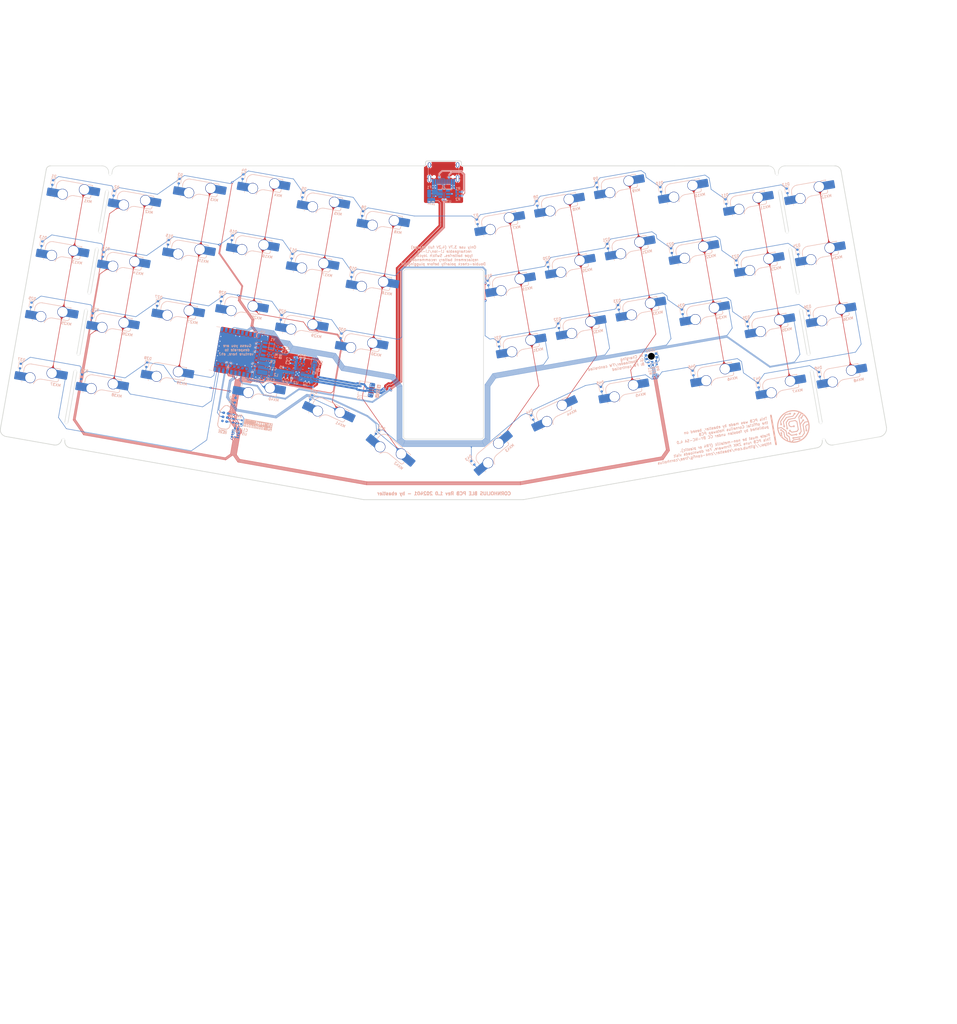
<source format=kicad_pcb>
(kicad_pcb (version 20221018) (generator pcbnew)
  (title_block (date "2023-11-12"))
  (layers (0 "F.Cu" signal) (31 "B.Cu" signal) (34 "B.Paste" user) (35 "F.Paste" user) (36 "B.SilkS" user "B.Silkscreen") (37 "F.SilkS" user "F.Silkscreen") (38 "B.Mask" user) (39 "F.Mask" user) (44 "Edge.Cuts" user))
  (net 0 "")
  (net 1 "GND")
  (net 2 "+5V")
  (net 3 "D+")
  (net 4 "D-")
  (net 5 "+VSW")
  (net 6 "+BATT")
  (net 7 "VDD")
  (net 8 "Net-(D1-A)")
  (net 9 "Net-(D3-A)")
  (net 10 "Net-(D4-A)")
  (net 11 "wk1")
  (net 12 "Net-(D6-A)")
  (net 13 "Net-(D7-A)")
  (net 14 "Net-(D8-A)")
  (net 15 "Net-(D9-A)")
  (net 16 "Net-(D10-A)")
  (net 17 "Net-(D11-A)")
  (net 18 "Net-(D12-A)")
  (net 19 "Net-(D13-A)")
  (net 20 "wk2")
  (net 21 "Net-(D15-A)")
  (net 22 "Net-(D16-A)")
  (net 23 "wk3")
  (net 24 "Net-(D18-A)")
  (net 25 "Net-(D19-A)")
  (net 26 "Net-(D21-A)")
  (net 27 "Net-(D22-A)")
  (net 28 "Net-(D23-A)")
  (net 29 "Net-(D24-A)")
  (net 30 "Net-(D25-A)")
  (net 31 "wk")
  (net 32 "Net-(D27-A)")
  (net 33 "Net-(D28-A)")
  (net 34 "Net-(D5-A)")
  (net 35 "Net-(D30-A)")
  (net 36 "Net-(D31-A)")
  (net 37 "Net-(D32-A)")
  (net 38 "Net-(D33-A)")
  (net 39 "Net-(D34-A)")
  (net 40 "Net-(D35-A)")
  (net 41 "Net-(D36-A)")
  (net 42 "Net-(D37-A)")
  (net 43 "Net-(D38-A)")
  (net 44 "Net-(D39-A)")
  (net 45 "Net-(D40-A)")
  (net 46 "Net-(D41-A)")
  (net 47 "Net-(D42-A)")
  (net 48 "Net-(D43-A)")
  (net 49 "Net-(D44-A)")
  (net 50 "Net-(D45-A)")
  (net 51 "Net-(D46-A)")
  (net 52 "Net-(D47-A)")
  (net 53 "Net-(D48-A)")
  (net 54 "Net-(F1-Pad1)")
  (net 55 "SWDIO")
  (net 56 "RST")
  (net 57 "SWDCLK")
  (net 58 "DCCH")
  (net 59 "VBUS")
  (net 60 "SCL")
  (net 61 "SDA")
  (net 62 "ALERT")
  (net 63 "r3")
  (net 64 "r0")
  (net 65 "r1")
  (net 66 "r2")
  (net 67 "~{CHG}")
  (net 68 "LED_G")
  (net 69 "c00")
  (net 70 "c01")
  (net 71 "c02")
  (net 72 "c03")
  (net 73 "c04")
  (net 74 "c05")
  (net 75 "c06")
  (net 76 "c07")
  (net 77 "c08")
  (net 78 "c09")
  (net 79 "c10")
  (net 80 "c11")
  (net 81 "Net-(D20-A)")
  (net 82 "LED_B")
  (net 83 "Net-(LED1-BK)")
  (net 84 "Net-(LED1-GK)")
  (net 85 "Net-(LED1-RK)")
  (net 86 "Net-(U4-P0.00{slash}XL1)")
  (net 87 "Net-(U4-P0.01{slash}XL2)")
  (net 88 "Net-(U2-TS)")
  (net 89 "Net-(U2-ISET)")
  (net 98 "Net-(D17-A)")
  (net 102 "/TMR")
  (net 103 "/ILIM")
  (net 104 "Net-(J1-CC1)")
  (net 106 "Net-(J1-CC2)")
  (net 109 "unconnected-(J2-MountPin-PadMP)")
  (net 110 "Net-(D29-A)")
  (footprint "projectlib:mousebites_1mm_routable" (layer "F.Cu") (at 41.340833 60.946371 -10)
    (fp_text reference "REF**" hide)
    (fp_text value "mousebites 1mm" hide)
    (fp_arc (start -1 2.75) (mid -0.5 2.25) (end 0 2.75) (stroke (width 0.05)) (layer "Edge.Cuts"))
    (fp_arc (start 0 -2.75) (mid -0.5 -2.25) (end -1 -2.75) (stroke (width 0.05)) (layer "Edge.Cuts"))
  )
  (footprint "projectlib:mousebites_1mm_routable" (layer "F.Cu") (at 47.775977 24.450864 -10)
    (fp_text reference "REF**" hide)
    (fp_text value "mousebites 1mm" hide)
    (fp_arc (start -1 2.75) (mid -0.5 2.25) (end 0 2.75) (stroke (width 0.05)) (layer "Edge.Cuts"))
    (fp_arc (start 0 -2.75) (mid -0.5 -2.25) (end -1 -2.75) (stroke (width 0.05)) (layer "Edge.Cuts"))
  )
  (footprint "projectlib:mousebites_1mm_routable" (layer "F.Cu") (at 44.648833 42.185786 -10)
    (fp_text reference "REF**" hide)
    (fp_text value "mousebites 1mm" hide)
    (fp_arc (start -1 2.75) (mid -0.5 2.25) (end 0 2.75) (stroke (width 0.05)) (layer "Edge.Cuts"))
    (fp_arc (start 0 -2.75) (mid -0.5 -2.25) (end -1 -2.75) (stroke (width 0.05)) (layer "Edge.Cuts"))
  )
  (footprint "projectlib:mousebites_1mm_routable" (layer "F.Cu") (at 34.338535 100.658376 -10)
    (fp_text reference "REF**" hide)
    (fp_text value "mousebites 1mm" hide)
    (fp_arc (start -1 2.75) (mid -0.5 2.25) (end 0 2.75) (stroke (width 0.05)) (layer "Edge.Cuts"))
    (fp_arc (start 0 -2.75) (mid -0.5 -2.25) (end -1 -2.75) (stroke (width 0.05)) (layer "Edge.Cuts"))
  )
  (footprint "projectlib:mousebites_1mm_routable" (layer "F.Cu") (at 38.032835 79.706961 -10)
    (fp_text reference "REF**" hide)
    (fp_text value "mousebites 1mm" hide)
    (fp_arc (start -1 2.75) (mid -0.5 2.25) (end 0 2.75) (stroke (width 0.05)) (layer "Edge.Cuts"))
    (fp_arc (start 0 -2.75) (mid -0.5 -2.25) (end -1 -2.75) (stroke (width 0.05)) (layer "Edge.Cuts"))
  )
  (footprint "Diode_SMD:D_SOD-523" (layer "B.Cu") (at 48.904543 27.638785 -100)
    (fp_text reference "D2")
    (fp_text value "1N4148WT")
  )
  (footprint "Diode_SMD:D_SOD-523" (layer "B.Cu") (at 68.905635 23.911559 -100)
    (fp_text reference "D3")
    (fp_text value "1N4148WT")
  )
  (footprint "Diode_SMD:D_SOD-523" (layer "B.Cu") (at 88.493222 22.529409 -100)
    (fp_text reference "D4")
    (fp_text value "1N4148WT")
  )
  (footprint "Diode_SMD:D_SOD-523" (layer "B.Cu") (at 106.84031 28.18248 -100)
    (fp_text reference "D5")
    (fp_text value "1N4148WT")
  )
  (footprint "Diode_SMD:D_SOD-523" (layer "B.Cu") (at 125.184208 33.853624 -100)
    (fp_text reference "D6")
    (fp_text value "1N4148WT")
  )
  (footprint "Diode_SMD:D_SOD-523" (layer "B.Cu") (at 160.31536 36.389192 -80)
    (fp_text reference "D7")
    (fp_text value "1N4148WT")
  )
  (footprint "Diode_SMD:D_SOD-523" (layer "B.Cu") (at 178.662448 30.736123 -80)
    (fp_text reference "D8")
    (fp_text value "1N4148WT")
  )
  (footprint "Diode_SMD:D_SOD-523" (layer "B.Cu") (at 197.009537 25.083049 -80)
    (fp_text reference "D9")
    (fp_text value "1N4148WT")
  )
  (footprint "Diode_SMD:D_SOD-523" (layer "B.Cu") (at 216.597126 26.465203 -80)
    (fp_text reference "D10")
    (fp_text value "1N4148WT")
  )
  (footprint "Diode_SMD:D_SOD-523" (layer "B.Cu") (at 236.59821 30.192421 -80)
    (fp_text reference "D11")
    (fp_text value "1N4148WT")
  )
  (footprint "Diode_SMD:D_SOD-523" (layer "B.Cu") (at 255.358798 26.884424 -80)
    (fp_text reference "D12")
    (fp_text value "1N4148WT")
  )
  (footprint "Diode_SMD:D_SOD-523" (layer "B.Cu") (at 26.83596 43.091373 -100)
    (fp_text reference "D13")
    (fp_text value "1N4148WT")
  )
  (footprint "Diode_SMD:D_SOD-523" (layer "B.Cu") (at 45.596549 46.399371 -100)
    (fp_text reference "D14")
    (fp_text value "1N4148WT")
  )
  (footprint "Diode_SMD:D_SOD-523" (layer "B.Cu") (at 65.597636 42.672146 -100)
    (fp_text reference "D15")
    (fp_text value "1N4148WT")
  )
  (footprint "Diode_SMD:D_SOD-523" (layer "B.Cu") (at 85.185221 41.290001 -100)
    (fp_text reference "D16")
    (fp_text value "1N4148WT")
  )
  (footprint "Diode_SMD:D_SOD-523" (layer "B.Cu") (at 103.532312 46.943068 -100)
    (fp_text reference "D17")
    (fp_text value "1N4148WT")
  )
  (footprint "Diode_SMD:D_SOD-523" (layer "B.Cu") (at 121.8794 52.59614 -100)
    (fp_text reference "D18")
    (fp_text value "1N4148WT")
  )
  (footprint "Diode_SMD:D_SOD-523" (layer "B.Cu") (at 163.623358 55.149783 -80)
    (fp_text reference "D19")
    (fp_text value "1N4148WT")
  )
  (footprint "Diode_SMD:D_SOD-523" (layer "B.Cu") (at 181.970446 49.49671 -80)
    (fp_text reference "D20")
    (fp_text value "1N4148WT")
  )
  (footprint "Diode_SMD:D_SOD-523" (layer "B.Cu") (at 200.317537 43.84364 -80)
    (fp_text reference "D21")
    (fp_text value "1N4148WT")
  )
  (footprint "Diode_SMD:D_SOD-523" (layer "B.Cu") (at 219.905124 45.22579 -80)
    (fp_text reference "D22")
    (fp_text value "1N4148WT")
  )
  (footprint "Diode_SMD:D_SOD-523" (layer "B.Cu") (at 239.90621 48.953013 -80)
    (fp_text reference "D23")
    (fp_text value "1N4148WT")
  )
  (footprint "Diode_SMD:D_SOD-523" (layer "B.Cu") (at 258.666798 45.645016 -80)
    (fp_text reference "D24")
    (fp_text value "1N4148WT")
  )
  (footprint "Diode_SMD:D_SOD-523" (layer "B.Cu") (at 23.527961 61.851959 -100)
    (fp_text reference "D25")
    (fp_text value "1N4148WT")
  )
  (footprint "Diode_SMD:D_SOD-523" (layer "B.Cu") (at 42.288548 65.159956 -100)
    (fp_text reference "D26")
    (fp_text value "1N4148WT")
  )
  (footprint "Diode_SMD:D_SOD-523" (layer "B.Cu") (at 62.289637 61.432736 -100)
    (fp_text reference "D27")
    (fp_text value "1N4148WT")
  )
  (footprint "Diode_SMD:D_SOD-523" (layer "B.Cu") (at 81.877223 60.050583 -100)
    (fp_text reference "D28")
    (fp_text value "1N4148WT")
  )
  (footprint "Diode_SMD:D_SOD-523" (layer "B.Cu") (at 100.224312 65.703658 -100)
    (fp_text reference "D29")
    (fp_text value "1N4148WT")
  )
  (footprint "Diode_SMD:D_SOD-523" (layer "B.Cu") (at 118.571396 71.356731 -100)
    (fp_text reference "D30")
    (fp_text value "1N4148WT")
  )
  (footprint "Diode_SMD:D_SOD-523" (layer "B.Cu") (at 166.931354 73.91037 -80)
    (fp_text reference "D31")
    (fp_text value "1N4148WT")
  )
  (footprint "Diode_SMD:D_SOD-523" (layer "B.Cu") (at 185.278444 68.257297 -80)
    (fp_text reference "D32")
    (fp_text value "1N4148WT")
  )
  (footprint "Diode_SMD:D_SOD-523" (layer "B.Cu") (at 203.625533 62.604226 -80)
    (fp_text reference "D33")
    (fp_text value "1N4148WT")
  )
  (footprint "Diode_SMD:D_SOD-523" (layer "B.Cu") (at 223.213122 63.986377 -80)
    (fp_text reference "D34")
    (fp_text value "1N4148WT")
  )
  (footprint "Diode_SMD:D_SOD-523" (layer "B.Cu") (at 243.214208 67.713596 -80)
    (fp_text reference "D35")
    (fp_text value "1N4148WT")
  )
  (footprint "Diode_SMD:D_SOD-523" (layer "B.Cu") (at 261.974793 64.405603 -80)
    (fp_text reference "D36")
    (fp_text value "1N4148WT")
  )
  (footprint "Diode_SMD:D_SOD-523" (layer "B.Cu") (at 20.219965 80.612545 -100)
    (fp_text reference "D37")
    (fp_text value "1N4148WT")
  )
  (footprint "Diode_SMD:D_SOD-523" (layer "B.Cu") (at 38.980552 83.920546 -100)
    (fp_text reference "D38")
    (fp_text value "1N4148WT")
  )
  (footprint "Diode_SMD:D_SOD-523" (layer "B.Cu") (at 58.981639 80.193319 -100)
    (fp_text reference "D39")
    (fp_text value "1N4148WT")
  )
  (footprint "Diode_SMD:D_SOD-523" (layer "B.Cu") (at 86.074544 91.098687 80)
    (fp_text reference "D40")
    (fp_text value "1N4148WT")
  )
  (footprint "Diode_SMD:D_SOD-523" (layer "B.Cu") (at 109.447209 90.194767 -115)
    (fp_text reference "D41")
    (fp_text value "1N4148WT")
  )
  (footprint "Diode_SMD:D_SOD-523" (layer "B.Cu") (at 129.730283 100.823382 -130)
    (fp_text reference "D42")
    (fp_text value "1N4148WT")
  )
  (footprint "Diode_SMD:D_SOD-523" (layer "B.Cu") (at 158.980872 110.29503 -50)
    (fp_text reference "D43")
    (fp_text value "1N4148WT")
  )
  (footprint "Diode_SMD:D_SOD-523" (layer "B.Cu") (at 177.213271 96.389527 -65)
    (fp_text reference "D44")
    (fp_text value "1N4148WT")
  )
  (footprint "Diode_SMD:D_SOD-523" (layer "B.Cu") (at 198.380768 87.69673 -80)
    (fp_text reference "D45")
    (fp_text value "1N4148WT")
  )
  (footprint "Diode_SMD:D_SOD-523" (layer "B.Cu") (at 226.521117 82.746963 -80)
    (fp_text reference "D46")
    (fp_text value "1N4148WT")
  )
  (footprint "Diode_SMD:D_SOD-523" (layer "B.Cu") (at 246.522204 86.474185 -80)
    (fp_text reference "D47")
    (fp_text value "1N4148WT")
  )
  (footprint "Diode_SMD:D_SOD-523" (layer "B.Cu") (at 265.28279 83.166189 -80)
    (fp_text reference "D48")
    (fp_text value "1N4148WT")
  )
  (footprint "PCM_marbastlib-mx:SW_MX_HS_1u" (layer "B.Cu") (at 55.190721 34.372667 170)
    (fp_text reference "MX2")
    (fp_text value "MX")
  )
  (footprint "PCM_marbastlib-mx:SW_MX_HS_1u" (layer "B.Cu") (at 75.191806 30.645445 170)
    (fp_text reference "MX3")
    (fp_text value "MX")
  )
  (footprint "PCM_marbastlib-mx:SW_MX_HS_1u" (layer "B.Cu") (at 94.779394 29.263298 170)
    (fp_text reference "MX4")
    (fp_text value "MX")
  )
  (footprint "PCM_marbastlib-mx:SW_MX_HS_1u" (layer "B.Cu") (at 113.126482 34.916369 170)
    (fp_text reference "MX5")
    (fp_text value "MX")
  )
  (footprint "PCM_marbastlib-mx:SW_MX_HS_1u" (layer "B.Cu") (at 131.473572 40.569438 170)
    (fp_text reference "MX6")
    (fp_text value "MX")
  )
  (footprint "PCM_marbastlib-mx:SW_MX_HS_1u" (layer "B.Cu") (at 168.52556 40.566977 -170)
    (fp_text reference "MX7")
    (fp_text value "MX")
  )
  (footprint "PCM_marbastlib-mx:SW_MX_HS_1u" (layer "B.Cu") (at 186.872644 34.913905 -170)
    (fp_text reference "MX8")
    (fp_text value "MX")
  )
  (footprint "PCM_marbastlib-mx:SW_MX_HS_1u" (layer "B.Cu") (at 205.219735 29.260835 -170)
    (fp_text reference "MX9")
    (fp_text value "MX")
  )
  (footprint "PCM_marbastlib-mx:SW_MX_HS_1u" (layer "B.Cu") (at 224.807323 30.642984 -170)
    (fp_text reference "MX10")
    (fp_text value "MX")
  )
  (footprint "PCM_marbastlib-mx:SW_MX_HS_1u" (layer "B.Cu") (at 244.80841 34.370206 -170)
    (fp_text reference "MX11")
    (fp_text value "MX")
  )
  (footprint "PCM_marbastlib-mx:SW_MX_HS_1u" (layer "B.Cu") (at 263.568997 31.06221 -170)
    (fp_text reference "MX12")
    (fp_text value "MX")
  )
  (footprint "PCM_marbastlib-mx:SW_MX_HS_1u" (layer "B.Cu") (at 51.882722 53.133257 170)
    (fp_text reference "MX14")
    (fp_text value "MX")
  )
  (footprint "PCM_marbastlib-mx:SW_MX_HS_1u" (layer "B.Cu") (at 71.88381 49.406034 170)
    (fp_text reference "MX15")
    (fp_text value "MX")
  )
  (footprint "PCM_marbastlib-mx:SW_MX_HS_1u" (layer "B.Cu") (at 91.471395 48.023881 170)
    (fp_text reference "MX16")
    (fp_text value "MX")
  )
  (footprint "PCM_marbastlib-mx:SW_MX_HS_1u" (layer "B.Cu") (at 109.818482 53.676952 170)
    (fp_text reference "MX17")
    (fp_text value "MX")
  )
  (footprint "PCM_marbastlib-mx:SW_MX_HS_1u" (layer "B.Cu") (at 128.165571 59.33003 170)
    (fp_text reference "MX18")
    (fp_text value "MX")
  )
  (footprint "PCM_marbastlib-mx:SW_MX_HS_1u" (layer "B.Cu") (at 171.833555 59.327563 -170)
    (fp_text reference "MX19")
    (fp_text value "MX")
  )
  (footprint "PCM_marbastlib-mx:SW_MX_HS_1u" (layer "B.Cu") (at 190.180643 53.674497 -170)
    (fp_text reference "MX20")
    (fp_text value "MX")
  )
  (footprint "PCM_marbastlib-mx:SW_MX_HS_1u" (layer "B.Cu") (at 208.52773 48.021421 -170)
    (fp_text reference "MX21")
    (fp_text value "MX")
  )
  (footprint "PCM_marbastlib-mx:SW_MX_HS_1u" (layer "B.Cu") (at 228.115318 49.40357 -170)
    (fp_text reference "MX22")
    (fp_text value "MX")
  )
  (footprint "PCM_marbastlib-mx:SW_MX_HS_1u" (layer "B.Cu") (at 248.116406 53.130794 -170)
    (fp_text reference "MX23")
    (fp_text value "MX")
  )
  (footprint "PCM_marbastlib-mx:SW_MX_HS_1u" (layer "B.Cu") (at 266.876993 49.822795 -170)
    (fp_text reference "MX24")
    (fp_text value "MX")
  )
  (footprint "PCM_marbastlib-mx:SW_MX_HS_1u" (layer "B.Cu") (at 48.574725 71.893845 170)
    (fp_text reference "MX26")
    (fp_text value "MX")
  )
  (footprint "PCM_marbastlib-mx:SW_MX_HS_1u" (layer "B.Cu") (at 88.163399 66.784472 170)
    (fp_text reference "MX28")
    (fp_text value "MX")
  )
  (footprint "PCM_marbastlib-mx:SW_MX_HS_1u" (layer "B.Cu") (at 106.510487 72.43754 170)
    (fp_text reference "MX29")
    (fp_text value "MX")
  )
  (footprint "PCM_marbastlib-mx:SW_MX_HS_1u" (layer "B.Cu") (at 124.857573 78.090611 170)
    (fp_text reference "MX30")
    (fp_text value "MX")
  )
  (footprint "PCM_marbastlib-mx:SW_MX_HS_1u" (layer "B.Cu") (at 175.141556 78.088155 -170)
    (fp_text reference "MX31")
    (fp_text value "MX")
  )
  (footprint "PCM_marbastlib-mx:SW_MX_HS_1u" (layer "B.Cu") (at 193.488641 72.43508 -170)
    (fp_text reference "MX32")
    (fp_text value "MX")
  )
  (footprint "PCM_marbastlib-mx:SW_MX_HS_1u" (layer "B.Cu") (at 211.83573 66.782013 -170)
    (fp_text reference "MX33")
    (fp_text value "MX")
  )
  (footprint "PCM_marbastlib-mx:SW_MX_HS_1u" (layer "B.Cu") (at 231.423317 68.164159 -170)
    (fp_text reference "MX34")
    (fp_text value "MX")
  )
  (footprint "PCM_marbastlib-mx:SW_MX_HS_1u" (layer "B.Cu") (at 251.424404 71.891383 -170)
    (fp_text reference "MX35")
    (fp_text value "MX")
  )
  (footprint "PCM_marbastlib-mx:SW_MX_HS_1u" (layer "B.Cu") (at 270.184992 68.583387 -170)
    (fp_text reference "MX36")
    (fp_text value "MX")
  )
  (footprint "PCM_marbastlib-mx:SW_MX_HS_1u" (layer "B.Cu") (at 45.266727 90.65443 170)
    (fp_text reference "MX38")
    (fp_text value "MX")
  )
  (footprint "PCM_marbastlib-mx:SW_MX_HS_1u" (layer "B.Cu") (at 65.267815 86.92721 170)
    (fp_text reference "MX39")
    (fp_text value "MX")
  )
  (footprint "PCM_marbastlib-mx:SW_MX_HS_1u" (layer "B.Cu") (at 168.180001 109.808004 -140)
    (fp_text reference "MX43")
    (fp_text value "MX")
  )
  (footprint "PCM_marbastlib-mx:SW_MX_HS_1u" (layer "B.Cu") (at 186.225 98.3 -155)
    (fp_text reference "MX44")
    (fp_text value "MX")
  )
  (footprint "PCM_marbastlib-mx:SW_MX_HS_1u" (layer "B.Cu") (at 206.59043 91.886743 -170)
    (fp_text reference "MX45")
    (fp_text value "MX")
  )
  (footprint "PCM_marbastlib-mx:SW_MX_HS_1u" (layer "B.Cu") (at 234.731315 86.924749 -170)
    (fp_text reference "MX46")
    (fp_text value "MX")
  )
  (footprint "PCM_marbastlib-mx:SW_MX_HS_1u" (layer "B.Cu") (at 254.732402 90.651973 -170)
    (fp_text reference "MX47")
    (fp_text value "MX")
  )
  (footprint "PCM_marbastlib-mx:SW_MX_HS_1u" (layer "B.Cu") (at 273.492989 87.343973 -170)
    (fp_text reference "MX48")
    (fp_text value "MX")
  )
  (footprint "Resistor_SMD:R_0402_1005Metric" (layer "B.Cu") (at 154.399998 28.400003 180)
    (fp_text reference "R2")
    (fp_text value "5k1")
  )
  (footprint "PCM_marbastlib-various:SW_T1A2QR" (layer "B.Cu") (at 86.78827 97.604488 170)
    (fp_text reference "SW1")
    (fp_text value "RST")
  )
  (footprint "PCM_marbastlib-mx:SW_MX_HS_1u" (layer "B.Cu") (at 33.122135 49.825256 170)
    (fp_text reference "MX13")
    (fp_text value "MX")
  )
  (footprint "PCM_marbastlib-mx:SW_MX_HS_1u" (layer "B.Cu") (at 36.43013 31.064667 170)
    (fp_text reference "MX1")
    (fp_text value "MX")
  )
  (footprint "PCM_marbastlib-mx:SW_MX_HS_1u" (layer "B.Cu") (at 29.814138 68.585844 170)
    (fp_text reference "MX25")
    (fp_text value "MX")
  )
  (footprint "PCM_marbastlib-mx:SW_MX_HS_1u" (layer "B.Cu") (at 26.506139 87.346435 170)
    (fp_text reference "MX37")
    (fp_text value "MX")
  )
  (footprint "PCM_marbastlib-mx:SW_MX_HS_1u" (layer "B.Cu") (at 93.408696 91.889205 170)
    (fp_text reference "MX40")
    (fp_text value "MX")
  )
  (footprint "PCM_marbastlib-mx:SW_MX_HS_1u" (layer "B.Cu") (at 131.807328 109.798187 140)
    (fp_text reference "MX42")
    (fp_text value "MX")
  )
  (footprint "PCM_marbastlib-mx:SW_MX_HS_1u" (layer "B.Cu") (at 113.776332 98.326182 155)
    (fp_text reference "MX41")
    (fp_text value "MX")
  )
  (footprint "Fuse:Fuse_0603_1608Metric" (layer "B.Cu") (at 146.400002 27.200001)
    (fp_text reference "F1")
    (fp_text value "500mA")
  )
  (footprint "Diode_SMD:D_SOD-523" (layer "B.Cu") (at 30.143959 24.330783 -100)
    (fp_text reference "D1")
    (fp_text value "1N4148WT")
  )
  (footprint "Resistor_SMD:R_0402_1005Metric" (layer "B.Cu") (at 154.4 27.200001 180)
    (fp_text reference "R1")
    (fp_text value "5k1")
  )
  (footprint "PCM_marbastlib-mx:SW_MX_HS_1u" (layer "B.Cu") (at 68.575809 68.166619 170)
    (fp_text reference "MX27")
    (fp_text value "MX")
  )
  (footprint "PCM_marbastlib-various:Molex_Pico-EZmate_78171-0002_1x02-1MP_P1.20mm_Vertical" (layer "B.Cu") (at 126.182579 87.694688 -100)
    (fp_text reference "J2")
    (fp_text value "78171-0002")
  )
  (footprint "projectlib:mousebites_1mm_routable" (layer "B.Cu") (at 252.224986 24.458815 -170)
    (fp_text reference "REF**" hide)
    (fp_text value "mousebites 1mm" hide)
    (fp_arc (start -1 2.75) (mid -0.5 2.25) (end 0 2.75) (stroke (width 0.05)) (layer "Edge.Cuts"))
    (fp_arc (start 0 -2.75) (mid -0.5 -2.25) (end -1 -2.75) (stroke (width 0.05)) (layer "Edge.Cuts"))
  )
  (footprint "projectlib:mousebites_1mm_routable" (layer "B.Cu") (at 258.660131 60.954322 -170)
    (fp_text reference "REF**" hide)
    (fp_text value "mousebites 1mm" hide)
    (fp_arc (start -1 2.75) (mid -0.5 2.25) (end 0 2.75) (stroke (width 0.05)) (layer "Edge.Cuts"))
    (fp_arc (start 0 -2.75) (mid -0.5 -2.25) (end -1 -2.75) (stroke (width 0.05)) (layer "Edge.Cuts"))
  )
  (footprint "Capacitor_SMD:C_0402_1005Metric" (layer "B.Cu") (at 95.680621 81.006882 80)
    (fp_text reference "C11")
    (fp_text value "4u7")
  )
  (footprint "Package_DFN_QFN:VQFN-16-1EP_3x3mm_P0.5mm_EP1.6x1.6mm" (layer "B.Cu") (at 105.18286 82.976444 170)
    (fp_text reference "U2")
    (fp_text value "BQ24075")
  )
  (footprint "projectlib:mousebites_1mm_routable" (layer "B.Cu") (at 265.662428 100.666326 -170)
    (fp_text reference "REF**" hide)
    (fp_text value "mousebites 1mm" hide)
    (fp_arc (start -1 2.75) (mid -0.5 2.25) (end 0 2.75) (stroke (width 0.05)) (layer "Edge.Cuts"))
    (fp_arc (start 0 -2.75) (mid -0.5 -2.25) (end -1 -2.75) (stroke (width 0.05)) (layer "Edge.Cuts"))
  )
  (footprint "Package_TO_SOT_SMD:SOT-363_SC-70-6" (layer "B.Cu") (at 86.132812 101.753706 -10)
    (fp_text reference "U5")
    (fp_text value "74LVC1G11")
  )
  (footprint "PCM_marbastlib-xp-various:nRF52840_E73-2G4M08S1C" (layer "B.Cu") (at 85.943901 76.33473 -100)
    (fp_text reference "U4")
    (fp_text value "nRF52840_E73-2G4M08S1C" hide)
  )
  (footprint "PCM_marbastlib-various:CON_TC2030_outlined" (layer "B.Cu") (at 83.034154 96.297742 -100)
    (fp_text reference "J3" hide)
    (fp_text value "TC2030_SWD" hide)
  )
  (footprint "Capacitor_SMD:C_0402_1005Metric" (layer "B.Cu") (at 96.02792 79.037263 -100)
    (fp_text reference "C9")
    (fp_text value "1u")
  )
  (footprint "Capacitor_SMD:C_0402_1005Metric" (layer "B.Cu") (at 104.481358 78.892584 170)
    (fp_text reference "C2")
    (fp_text value "4u7")
  )
  (footprint "projectlib:mousebites_1mm_routable" (layer "B.Cu") (at 261.968128 79.714912 -170)
    (fp_text reference "REF**" hide)
    (fp_text value "mousebites 1mm" hide)
    (fp_arc (start -1 2.75) (mid -0.5 2.25) (end 0 2.75) (stroke (width 0.05)) (layer "Edge.Cuts"))
    (fp_arc (start 0 -2.75) (mid -0.5 -2.25) (end -1 -2.75) (stroke (width 0.05)) (layer "Edge.Cuts"))
  )
  (footprint "Capacitor_SMD:C_0402_1005Metric" (layer "B.Cu") (at 99.024122 75.894807 -10)
    (fp_text reference "C13")
    (fp_text value "12p")
  )
  (footprint "Capacitor_SMD:C_0402_1005Metric" (layer "B.Cu") (at 109.870046 81.506472 170)
    (fp_text reference "C6")
    (fp_text value "100n")
  )
  (footprint "Capacitor_SMD:C_0402_1005Metric" (layer "B.Cu") (at 94.907174 84.414342 170)
    (fp_text reference "C10")
    (fp_text value "4u7")
  )
  (footprint "Resistor_SMD:R_0402_1005Metric" (layer "B.Cu") (at 212.946116 79.989853 -80)
    (fp_text reference "R11")
    (fp_text value "1k")
  )
  (footprint "Resistor_SMD:R_0402_1005Metric" (layer "B.Cu") (at 107.03615 79.95232 80)
    (fp_text reference "R6")
    (fp_text value "2k2")
  )
  (footprint "Package_DFN_QFN:DFN-8-1EP_2x2mm_P0.5mm_EP0.7x1.3mm" (layer "B.Cu") (at 110.540448 79.370331 80)
    (fp_text reference "U1")
    (fp_text value "MAX17048")
  )
  (footprint "Resistor_SMD:R_0402_1005Metric" (layer "B.Cu") (at 102.124009 81.320118 170)
    (fp_text reference "R5")
    (fp_text value "1k5")
  )
  (footprint "Inductor_SMD:L_0402_1005Metric" (layer "B.Cu") (at 145.600002 29.000003 -90)
    (fp_text reference "L1")
    (fp_text value "BLM15PX121SN1D")
  )
  (footprint "Crystal:Crystal_SMD_2012-2Pin_2.0x1.2mm" (layer "B.Cu") (at 97.245517 74.464221 80)
    (fp_text reference "Y1")
    (fp_text value "32.768 KHz")
  )
  (footprint "Capacitor_SMD:C_0402_1005Metric" (layer "B.Cu") (at 107.853498 83.955064 -100)
    (fp_text reference "C8")
    (fp_text value "1u")
  )
  (footprint "PCM_marbastlib-xp-various:LED_1206R" (layer "B.Cu") (at 213.745857 77.614898 -170)
    (fp_text reference "LED1")
    (fp_text value "IND")
  )
  (footprint "projectlib:mousebites_1mm_routable" (layer "B.Cu") (at 255.35213 42.193737 -170)
    (fp_text reference "REF**" hide)
    (fp_text value "mousebites 1mm" hide)
    (fp_arc (start -1 2.75) (mid -0.5 2.25) (end 0 2.75) (stroke (width 0.05)) (layer "Edge.Cuts"))
    (fp_arc (start 0 -2.75) (mid -0.5 -2.25) (end -1 -2.75) (stroke (width 0.05)) (layer "Edge.Cuts"))
  )
  (footprint "Resistor_SMD:R_0402_1005Metric" (layer "B.Cu") (at 97.630844 77.289049 80)
    (fp_text reference "R8")
    (fp_text value "10k")
  )
  (footprint "Resistor_SMD:R_0402_1005Metric" (layer "B.Cu") (at 108.62374 82.466193 -10)
    (fp_text reference "R3")
    (fp_text value "10k")
  )
  (footprint "Capacitor_SMD:C_0402_1005Metric" (layer "B.Cu") (at 104.290342 79.975878 170)
    (fp_text reference "C3")
    (fp_text value "1u")
  )
  (footprint "PCM_marbastlib-various:USB_C_Receptacle_HRO_TYPE-C-31-M-12" (layer "B.Cu") (at 150 20)
    (fp_text reference "J1")
    (fp_text value "TYPE-C-31-M-12")
  )
  (footprint "Resistor_SMD:R_0402_1005Metric" (layer "B.Cu") (at 214.127884 79.781472 -80)
    (fp_text reference "R10")
    (fp_text value "1k")
  )
  (footprint "Capacitor_SMD:C_0402_1005Metric" (layer "B.Cu") (at 102.338573 82.98263 -100)
    (fp_text reference "C5")
    (fp_text value "1u")
  )
  (footprint "Resistor_SMD:R_0402_1005Metric" (layer "B.Cu") (at 215.309652 79.573094 -80)
    (fp_text reference "R9")
    (fp_text value "1k")
  )
  (footprint "Capacitor_SMD:C_0402_1005Metric" (layer "B.Cu") (at 101.255283 82.79162 -100)
    (fp_text reference "C4")
    (fp_text value "4u7")
  )
  (footprint "Capacitor_SMD:C_0402_1005Metric" (layer "B.Cu") (at 146.799999 29.000001 90)
    (fp_text reference "C1")
    (fp_text value "4u7")
  )
  (footprint "Inductor_SMD:L_0603_1608Metric" (layer "B.Cu") (at 96.354672 82.942933 -10)
    (fp_text reference "L2")
    (fp_text value "10 uH")
  )
  (footprint "projectlib:logo_silk_10" (layer "B.Cu") (at 257.302275 99.114543 -170)
    (fp_text reference "G***" hide)
    (fp_text value "LOGO" hide)
  )
  (footprint "PCM_marbastlib-various:SOT-23-6-routable" (layer "B.Cu") (at 150.200001 27.8 180)
    (fp_text reference "U3")
    (fp_text value "SRV05-4")
  )
  (footprint "Capacitor_SMD:C_0402_1005Metric" (layer "B.Cu") (at 99.232496 74.713041 -10)
    (fp_text reference "C12")
    (fp_text value "12p")
  )
  (footprint "Resistor_SMD:R_0402_1005Metric" (layer "B.Cu") (at 96.375216 77.067651 80)
    (fp_text reference "R7")
    (fp_text value "10k")
  )
  (footprint "Capacitor_SMD:C_0402_1005Metric" (layer "B.Cu") (at 108.936786 84.146078 -100)
    (fp_text reference "C7")
    (fp_text value "4u7")
  )
  (footprint "Capacitor_SMD:C_0402_1005Metric" (layer "B.Cu") (at 86.480109 99.78409 170)
    (fp_text reference "C14")
    (fp_text value "100n")
  )
  (footprint "Resistor_SMD:R_0402_1005Metric" (layer "B.Cu") (at 105.952862 79.761305 80)
    (fp_text reference "R4")
    (fp_text value "47k")
  )
  (gr_line (start 250.418583 95.768365) (end 251.981416 104.631635) (stroke (width 0.5)) (layer "B.SilkS"))
  (gr_arc (start 285.849574 99.370479) (mid 285.405488 101.250363) (end 283.780621 102.294876) (stroke (width 0.2)) (layer "Edge.Cuts"))
  (gr_arc (start 270.039999 19.231701) (mid 271.245333 19.638528) (end 271.923891 20.714574) (stroke (width 0.2)) (layer "Edge.Cuts"))
  (gr_arc (start 155.98 19.2217) (mid 155.626469 19.075243) (end 155.480002 18.721704) (stroke (width 0.2)) (layer "Edge.Cuts"))
  (gr_arc (start 162.250001 102.250005) (mid 162.030327 102.780322) (end 161.5 103.000005) (stroke (width 0.15)) (layer "Edge.Cuts"))
  (gr_line (start 37.555305 82.415183) (end 34.816069 97.950153) (stroke (width 0.15)) (layer "Edge.Cuts"))
  (gr_line (start 138.499999 51.000004) (end 161.500001 51.000005) (stroke (width 0.15)) (layer "Edge.Cuts"))
  (gr_arc (start 266.140018 103.37487) (mid 265.808772 104.869161) (end 264.518021 105.691727) (stroke (width 0.2)) (layer "Edge.Cuts"))
  (gr_arc (start 249.624745 19.229653) (mid 250.910354 19.697536) (end 251.594361 20.882357) (stroke (width 0.15)) (layer "Edge.Cuts"))
  (gr_line (start 29.43 19.2217) (end 45.299087 19.2217) (stroke (width 0.15)) (layer "Edge.Cuts"))
  (gr_line (start 255.829664 44.901957) (end 258.182597 58.246102) (stroke (width 0.15)) (layer "Edge.Cuts"))
  (gr_line (start 251.747454 21.750595) (end 251.594361 20.882357) (stroke (width 0.15)) (layer "Edge.Cuts"))
  (gr_arc (start 269.44168 104.823219) (mid 267.94726 104.491885) (end 267.124769 103.2009) (stroke (width 0.2)) (layer "Edge.Cuts"))
  (gr_line (start 47.298444 27.159088) (end 45.126365 39.477563) (stroke (width 0.15)) (layer "Edge.Cuts"))
  (gr_line (start 269.44168 104.823219) (end 283.780621 102.294876) (stroke (width 0.15)) (layer "Edge.Cuts"))
  (gr_line (start 261.490597 77.006692) (end 259.137663 63.662543) (stroke (width 0.15)) (layer "Edge.Cuts"))
  (gr_arc (start 35.482942 105.683776) (mid 34.192199 104.86122) (end 33.860947 103.36692) (stroke (width 0.2)) (layer "Edge.Cuts"))
  (gr_arc (start 45.299087 19.2217) (mid 46.831209 19.93611) (end 47.268703 21.568996) (stroke (width 0.15)) (layer "Edge.Cuts"))
  (gr_arc (start 144.480002 18.221704) (mid 144.626444 17.868139) (end 144.979999 17.721705) (stroke (width 0.2)) (layer "Edge.Cuts"))
  (gr_arc (start 137.750001 51.750005) (mid 137.969667 51.219662) (end 138.499999 51.000004) (stroke (width 0.15)) (layer "Edge.Cuts"))
  (gr_line (start 143.980001 19.221703) (end 50.376218 19.221703) (stroke (width 0.15)) (layer "Edge.Cuts"))
  (gr_arc (start 252.732261 21.576946) (mid 253.169767 19.944052) (end 254.701878 19.229652) (stroke (width 0.15)) (layer "Edge.Cuts"))
  (gr_line (start 144.480002 18.721703) (end 144.480002 18.221704) (stroke (width 0.2)) (layer "Edge.Cuts"))
  (gr_line (start 264.518021 105.691727) (end 174.427285 121.585119) (stroke (width 0.2)) (layer "Edge.Cuts"))
  (gr_line (start 41.818367 58.238152) (end 44.171301 44.894006) (stroke (width 0.15)) (layer "Edge.Cuts"))
  (gr_line (start 48.406604 20.874405) (end 48.253511 21.742643) (stroke (width 0.15)) (layer "Edge.Cuts"))
  (gr_line (start 263.430468 82.249486) (end 266.169704 97.784456) (stroke (width 0.15)) (layer "Edge.Cuts"))
  (gr_arc (start 32.876196 103.19295) (mid 32.053723 104.483947) (end 30.559285 104.815269) (stroke (width 0.2)) (layer "Edge.Cuts"))
  (gr_line (start 162.25 51.750003) (end 162.250001 102.250005) (stroke (width 0.15)) (layer "Edge.Cuts"))
  (gr_line (start 155.98 19.2217) (end 249.624745 19.229653) (stroke (width 0.2)) (layer "Edge.Cuts"))
  (gr_line (start 253.687328 26.99339) (end 255.859406 39.311867) (stroke (width 0.15)) (layer "Edge.Cuts"))
  (gr_arc (start 138.499999 103.000003) (mid 137.969689 102.780322) (end 137.75 102.250003) (stroke (width 0.15)) (layer "Edge.Cuts"))
  (gr_line (start 265.184896 97.958105) (end 262.445659 82.423134) (stroke (width 0.15)) (layer "Edge.Cuts"))
  (gr_line (start 40.863302 63.654594) (end 38.510368 76.998742) (stroke (width 0.15)) (layer "Edge.Cuts"))
  (gr_line (start 262.475403 76.833042) (end 260.122472 63.488896) (stroke (width 0.15)) (layer "Edge.Cuts"))
  (gr_line (start 39.878493 63.480944) (end 37.52556 76.825092) (stroke (width 0.15)) (layer "Edge.Cuts"))
  (gr_line (start 271.923891 20.714574) (end 285.849574 99.370479) (stroke (width 0.2)) (layer "Edge.Cuts"))
  (gr_line (start 254.874599 39.485515) (end 252.702519 27.167039) (stroke (width 0.15)) (layer "Edge.Cuts"))
  (gr_line (start 174.427285 121.585119) (end 125.577488 121.58512) (stroke (width 0.2)) (layer "Edge.Cuts"))
  (gr_line (start 30.559285 104.815269) (end 15.761116 102.205952) (stroke (width 0.2)) (layer "Edge.Cuts"))
  (gr_line (start 44.141558 39.303915) (end 46.313638 26.985439) (stroke (width 0.15)) (layer "Edge.Cuts"))
  (gr_line (start 137.75 102.250003) (end 137.750001 51.750005) (stroke (width 0.15)) (layer "Edge.Cuts"))
  (gr_arc (start 28.150174 20.350598) (mid 28.574238 19.541432) (end 29.43 19.2217) (stroke (width 0.2)) (layer "Edge.Cuts"))
  (gr_arc (start 154.980002 17.721705) (mid 155.333544 17.868171) (end 155.48 18.221705) (stroke (width 0.2)) (layer "Edge.Cuts"))
  (gr_arc (start 161.500001 51.000005) (mid 162.030349 51.219664) (end 162.25 51.750003) (stroke (width 0.15)) (layer "Edge.Cuts"))
  (gr_line (start 43.186493 44.720359) (end 40.833558 58.064503) (stroke (width 0.15)) (layer "Edge.Cuts"))
  (gr_line (start 254.701878 19.229652) (end 270.039999 19.231701) (stroke (width 0.15)) (layer "Edge.Cuts"))
  (gr_line (start 14.080003 99.880887) (end 28.150174 20.350598) (stroke (width 0.2)) (layer "Edge.Cuts"))
  (gr_line (start 161.5 103.000005) (end 138.499999 103.000003) (stroke (width 0.15)) (layer "Edge.Cuts"))
  (gr_line (start 155.48 18.221705) (end 155.480002 18.721704) (stroke (width 0.2)) (layer "Edge.Cuts"))
  (gr_arc (start 144.480002 18.721703) (mid 144.333581 19.075273) (end 143.980001 19.221703) (stroke (width 0.2)) (layer "Edge.Cuts"))
  (gr_line (start 144.979999 17.721705) (end 154.980002 17.721705) (stroke (width 0.2)) (layer "Edge.Cuts"))
  (gr_line (start 125.577488 121.58512) (end 35.482942 105.683776) (stroke (width 0.2)) (layer "Edge.Cuts"))
  (gr_line (start 259.167407 58.072452) (end 256.814472 44.72831) (stroke (width 0.15)) (layer "Edge.Cuts"))
  (gr_arc (start 15.761116 102.205952) (mid 14.460954 101.37573) (end 14.080003 99.880887) (stroke (width 0.2)) (layer "Edge.Cuts"))
  (gr_arc (start 48.406604 20.874405) (mid 49.090624 19.689591) (end 50.376218 19.221703) (stroke (width 0.15)) (layer "Edge.Cuts"))
  (gr_line (start 33.831261 97.776506) (end 36.570495 82.241534) (stroke (width 0.15)) (layer "Edge.Cuts"))
  (gr_text "CORNHOLIUS BLE PCB Rev 1.0 202401 - by ebastler\n" (at 150.171251 119.71045) (layer "B.SilkS") (effects (font (size 1 1) (thickness 0.25)) (justify mirror)))
  (gr_text "Guess you are \ndesperate to \nventure here, eh?" (at 86.4 77.4) (layer "B.SilkS") (effects (font (size 0.8 0.8) (thickness 0.15) bold) (justify bottom mirror)))
  (gr_text "R: Charging\nG: Bootloader/FW controlled\nB: FW controlled" (at 211.800003 80.400003 10) (layer "B.SilkS") (effects (font (size 0.8 0.8) (thickness 0.15) bold) (justify left bottom mirror)))
  (gr_text "+BAT-" (at 129.924849 88.35455 80) (layer "B.SilkS" knockout) (effects (font (size 0.8 0.8) (thickness 0.15) bold) (justify mirror)))
  (gr_text "Only use 3.7V (4.2V full charge)\nrechargeable Li-Ion/Li-Po \ntype batteries. Switch Joycon\nreplacement battery recommended.\nDouble-check polarity before plugging in!" (at 150 46.750001) (layer "B.SilkS") (effects (font (size 0.8 0.8) (thickness 0.15) bold) (justify mirror)))
  (gr_text "1t: reset\n2t: bootloader\n" (at 97.448817 99.484231 -10) (layer "B.SilkS" knockout) (effects (font (size 0.8 0.8) (thickness 0.15) bold) (justify left mirror)))
  (gr_text "SWD" (at 82.164926 101.221606 -10) (layer "B.SilkS" knockout) (effects (font (size 0.8 0.8) (thickness 0.15) bold) (justify bottom mirror)))
  (gr_text "This PCB was made by ebastler, based on \nthe official Cornelius Hotswap PCB\npublished by foostan under CC BY-NC-SA 4.0\n\nPlate must be non-metallic (FR4 or plastic).\nThis PCB runs ZMK firmware. For downloads visit\nhttps://github.com/ebastler/zmk-config/tree/cornholius" (at 250.777372 104.724881 10) (layer "B.SilkS") (effects (font (size 0.8 0.8) (thickness 0.15) bold) (justify left bottom mirror)))
  (segment (start 86.662938 98.171337) (end 86.018064 97.250362) (width 0.15) (layer "F.Cu") (net 1))
  (segment (start 149.525003 36.520406) (end 149.524999 36.520407) (width 0.6) (layer "F.Cu") (net 1))
  (segment (start 136.424999 85.041755) (end 136.425001 50.908404) (width 0.6) (layer "F.Cu") (net 1))
  (segment (start 87.584044 85.348776) (end 88.12538 84.969728) (width 0.15) (layer "F.Cu") (net 1))
  (segment (start 91.380954 84.934518) (end 94.510381 85.48632) (width 0.15) (layer "F.Cu") (net 1))
  (segment (start 86.309793 95.595885) (end 85.88434 94.988275) (width 0.15) (layer "F.Cu") (net 1))
  (segment (start 147.599999 28.52) (end 149.525003 30.445001) (width 0.6) (layer "F.Cu") (net 1))
  (segment (start 97.543291 80.858068) (end 96.550081 80.682938) (width 0.15) (layer "F.Cu") (net 1))
  (segment (start 149.524999 37.808409) (end 136.425001 50.908404) (width 0.6) (layer "F.Cu") (net 1))
  (segment (start 149.525003 30.445001) (end 149.525003 36.520406) (width 0.6) (layer "F.Cu") (net 1))
  (segment (start 132.70231 87.649023) (end 132.812938 87.021601) (width 0.6) (layer "F.Cu") (net 1))
  (segment (start 90.68588 85.421213) (end 91.380954 84.934518) (width 0.15) (layer "F.Cu") (net 1))
  (segment (start 85.88434 94.988275) (end 87.584044 85.348776) (width 0.15) (layer "F.Cu") (net 1))
  (segment (start 132.812938 87.021601) (end 133.321892 86.665228) (width 0.6) (layer "F.Cu") (net 1))
  (segment (start 98.120408 81.682278) (end 97.543291 80.858068) (width 0.15) (layer "F.Cu") (net 1))
  (segment (start 149.524999 36.520407) (end 149.524999 37.808409) (width 0.6) (layer "F.Cu") (net 1))
  (segment (start 133.321892 86.665228) (end 133.948623 86.775734) (width 0.6) (layer "F.Cu") (net 1))
  (segment (start 88.12538 84.969728) (end 90.68588 85.421213) (width 0.15) (layer "F.Cu") (net 1))
  (segment (start 97.863666 83.138325) (end 98.120408 81.682278) (width 0.15) (layer "F.Cu") (net 1))
  (segment (start 132.128951 88.05049) (end 132.70231 87.649023) (width 0.6) (layer "F.Cu") (net 1))
  (segment (start 86.018064 97.250362) (end 86.309793 95.595885) (width 0.15) (layer "F.Cu") (net 1))
  (segment (start 94.510381 85.48632) (end 97.863666 83.138325) (width 0.15) (layer "F.Cu") (net 1))
  (segment (start 133.948623 86.775734) (end 136.424999 85.041755) (width 0.6) (layer "F.Cu") (net 1))
  (via (at 153.25 25.245) (size 0.6) (drill 0.3) (layers "F.Cu" "B.Cu") (net 1))
  (via (at 87.452302 71.523978) (size 0.6) (drill 0.3) (layers "F.Cu" "B.Cu") (net 1))
  (via (at 100.883153 81.101316) (size 0.6) (drill 0.3) (layers "F.Cu" "B.Cu") (net 1))
  (via (at 80.933074 75.959312) (size 0.6) (drill 0.3) (layers "F.Cu" "B.Cu") (net 1))
  (via (at 108.723198 85.357385) (size 0.6) (drill 0.3) (layers "F.Cu" "B.Cu") (net 1))
  (via (at 107.639911 85.166371) (size 0.6) (drill 0.3) (layers "F.Cu" "B.Cu") (net 1))
  (via (at 105.76209 82.570862) (size 0.6) (drill 0.3) (layers "F.Cu" "B.Cu") (net 1))
  (via (at 80.672602 77.436526) (size 0.6) (drill 0.3) (layers "F.Cu" "B.Cu") (net 1))
  (via (at 152.600002 27.800002) (size 0.6) (drill 0.3) (layers "F.Cu" "B.Cu") (net 1))
  (via (at 146.750001 26.045005) (size 0.6) (drill 0.3) (layers "F.Cu" "B.Cu") (net 1))
  (via (at 89.125903 80.45995) (size 0.6) (drill 0.3) (layers "F.Cu" "B.Cu") (net 1))
  (via (at 147.599999 28.52) (size 0.6) (drill 0.3) (layers "F.Cu" "B.Cu") (net 1))
  (via (at 96.732414 79.648889) (size 0.6) (drill 0.3) (layers "F.Cu" "B.Cu") (net 1))
  (via (at 81.193548 74.4821) (size 0.6) (drill 0.3) (layers "F.Cu" "B.Cu") (net 1))
  (via (at 146.750003 25.245) (size 0.6) (drill 0.3) (layers "F.Cu" "B.Cu") (net 1))
  (via (at 104.603631 83.382026) (size 0.6) (drill 0.3) (layers "F.Cu" "B.Cu") (net 1))
  (via (at 81.454018 73.004891) (size 0.6) (drill 0.3) (layers "F.Cu" "B.Cu") (net 1))
  (via (at 80.412132 78.913733) (size 0.6) (drill 0.3) (layers "F.Cu" "B.Cu") (net 1))
  (via (at 93.096769 79.535442) (size 0.6) (drill 0.3) (layers "F.Cu" "B.Cu") (net 1))
  (via (at 102.124988 84.193946) (size 0.6) (drill 0.3) (layers "F.Cu" "B.Cu") (net 1))
  (via (at 86.270534 71.315605) (size 0.6) (drill 0.3) (layers "F.Cu" "B.Cu") (net 1))
  (via (at 96.027415 71.553068) (size 0.6) (drill 0.3) (layers "F.Cu" "B.Cu") (net 1))
  (via (at 108.658737 81.292885) (size 0.6) (drill 0.3) (layers "F.Cu" "B.Cu") (net 1))
  (via (at 96.550081 80.682938) (size 0.6) (drill 0.3) (layers "F.Cu" "B.Cu") (net 1))
  (via (at 81.71449 71.527675) (size 0.6) (drill 0.3) (layers "F.Cu" "B.Cu") (net 1))
  (via (at 153.249998 26.045004) (size 0.6) (drill 0.3) (layers "F.Cu" "B.Cu") (net 1))
  (via (at 100.200858 76.102299) (size 0.6) (drill 0.3) (layers "F.Cu" "B.Cu") (net 1))
  (via (at 86.63666 80.036259) (size 0.6) (drill 0.3) (layers "F.Cu" "B.Cu") (net 1))
  (via (at 103.270046 78.678996) (size 0.6) (drill 0.3) (layers "F.Cu" "B.Cu") (net 1))
  (via (at 107.254949 78.711463) (size 0.6) (drill 0.3) (layers "F.Cu" "B.Cu") (net 1))
  (via (at 103.079033 79.762289) (size 0.6) (drill 0.3) (layers "F.Cu" "B.Cu") (net 1))
  (via (at 104.777281 82.397215) (size 0.6) (drill 0.3) (layers "F.Cu" "B.Cu") (net 1))
  (via (at 93.508236 84.167666) (size 0.6) (drill 0.3) (layers "F.Cu" "B.Cu") (net 1))
  (via (at 100.40923 74.92053) (size 0.6) (drill 0.3) (layers "F.Cu" "B.Cu") (net 1))
  (via (at 86.662938 98.171337) (size 0.6) (drill 0.3) (layers "F.Cu" "B.Cu") (net 1))
  (via (at 101.041699 84.002931) (size 0.6) (drill 0.3) (layers "F.Cu" "B.Cu") (net 1))
  (via (at 94.451725 71.275231) (size 0.6) (drill 0.3) (layers "F.Cu" "B.Cu") (net 1))
  (via (at 105.18286 82.976444) (size 0.6) (drill 0.3) (layers "F.Cu" "B.Cu") (net 1))
  (via (at 91.146492 80.806082) (size 0.6) (drill 0.3) (layers "F.Cu" "B.Cu") (net 1))
  (via (at 94.139159 73.047886) (size 0.6) (drill 0.3) (layers "F.Cu" "B.Cu") (net 1))
  (via (at 105.588442 83.555668) (size 0.6) (drill 0.3) (layers "F.Cu" "B.Cu") (net 1))
  (via (at 92.415572 83.974591) (size 0.6) (drill 0.3) (layers "F.Cu" "B.Cu") (net 1))
  (via (at 132.128951 88.05049) (size 0.6) (drill 0.3) (layers "F.Cu" "B.Cu") (net 1))
  (via (at 106.171658 78.520448) (size 0.6) (drill 0.3) (layers "F.Cu" "B.Cu") (net 1))
  (segment (start 104.194636 84.261867) (end 104.314017 83.584815) (width 0.2) (layer "B.Cu") (net 1))
  (segment (start 105.791231 83.845283) (end 105.18286 82.976444) (width 0.25) (layer "B.Cu") (net 1))
  (segment (start 111.181703 80.052666) (end 110.726956 79.403216) (width 0.25) (layer "B.Cu") (net 1))
  (segment (start 107.770144 84.427768) (end 107.639912 85.166372) (width 0.3) (layer "B.Cu") (net 1))
  (segment (start 146.8 28.520004) (end 147.599999 28.52) (width 0.3) (layer "B.Cu") (net 1))
  (segment (start 99.496829 75.978157) (end 100.200858 76.102299) (width 0.3) (layer "B.Cu") (net 1))
  (segment (start 106.041423 79.259054) (end 106.171657 78.52045) (width 0.3) (layer "B.Cu") (net 1))
  (segment (start 102.255224 83.455342) (end 102.255223 83.455342) (width 0.3) (layer "B.Cu") (net 1))
  (segment (start 153.250001 24.045) (end 153.25 25.245) (width 0.6) (layer "B.Cu") (net 1))
  (segment (start 110.461382 78.379043) (end 110.337658 79.080719) (width 0.25) (layer "B.Cu") (net 1))
  (segment (start 109.294745 82.004983) (end 109.397341 81.423121) (width 0.3) (layer "B.Cu") (net 1))
  (segment (start 102.255223 83.455342) (end 102.12499 84.193947) (width 0.3) (layer "B.Cu") (net 1))
  (segment (start 101.041698 84.002933) (end 101.041699 84.002931) (width 0.3) (layer "B.Cu") (net 1))
  (segment (start 86.331604 98.112914) (end 86.662938 98.171337) (width 0.15) (layer "B.Cu") (net 1))
  (segment (start 100.883152 81.101317) (end 100.883153 81.101316) (width 0.3) (layer "B.Cu") (net 1))
  (segment (start 107.254944 78.711465) (end 107.254949 78.711463) (width 0.3) (layer "B.Cu") (net 1))
  (segment (start 130.904259 88.908029) (end 132.128951 88.05049) (width 0.6) (layer "B.Cu") (net 1))
  (segment (start 86.66294 98.171335) (end 86.662938 98.171337) (width 0.15) (layer "B.Cu") (net 1))
  (segment (start 109.704493 79.792191) (end 110.35394 79.337444) (width 0.25) (layer "B.Cu") (net 1))
  (segment (start 109.12599 82.554753) (end 109.212816 82.062348) (width 0.3) (layer "B.Cu") (net 1))
  (segment (start 85.790984 101.388804) (end 85.443447 101.632152) (width 0.15) (layer "B.Cu") (net 1))
  (segment (start 104.008648 78.809232) (end 103.270044 78.678996) (width 0.3) (layer "B.Cu") (net 1))
  (segment (start 110.35394 79.337444) (end 110.540448 79.370331) (width 0.25) (layer "B.Cu") (net 1))
  (segment (start 126.078391 88.28557) (end 124.231877 87.95998) (width 0.6) (layer "B.Cu") (net 1))
  (segment (start 123.385438 87.581542) (end 109.647369 85.15915) (width 0.6) (layer "B.Cu") (net 1))
  (segment (start 105.472476 82.773651) (end 105.18286 82.976444) (width 0.25) (layer "B.Cu") (net 1))
  (segment (start 86.281148 98.148244) (end 86.331604 98.112914) (width 0.15) (layer "B.Cu") (net 1))
  (segment (start 107.639912 85.166372) (end 107.639911 85.166371) (width 0.3) (layer "B.Cu") (net 1))
  (segment (start 109.419673 81.407486) (end 109.397341 81.423121) (width 0.25) (layer "B.Cu") (net 1))
  (segment (start 110.726956 79.403216) (end 110.540448 79.370331) (width 0.25) (layer "B.Cu") (net 1))
  (segment (start 86.007401 99.700739) (end 86.072294 99.793416) (width 0.15) (layer "B.Cu") (net 1))
  (segment (start 153.25 25.245) (end 153.249998 26.045004) (width 0.6) (layer "B.Cu") (net 1))
  (segment (start 153.890001 26.685004) (end 153.249998 26.045004) (width 0.3) (layer "B.Cu") (net 1))
  (segment (start 151.375003 27.8) (end 152.600002 27.800002) (width 0.6) (layer "B.Cu") (net 1))
  (segment (start 83.501704 97.613925) (end 85.431924 97.954275) (width 0.15) (layer "B.Cu") (net 1))
  (segment (start 93.508236 84.167666) (end 94.434466 84.330986) (width 0.3) (layer "B.Cu") (net 1))
  (segment (start 106.468285 83.964669) (end 105.791231 83.845283) (width 0.25) (layer "B.Cu") (net 1))
  (segment (start 109.397341 81.423121) (end 108.658736 81.292886) (width 0.25) (layer "B.Cu") (net 1))
  (segment (start 130.904259 88.908029) (end 126.339045 88.103061) (width 0.6) (layer "B.Cu") (net 1))
  (segment (start 111.111918 80.448442) (end 111.181703 80.052666) (width 0.25) (layer "B.Cu") (net 1))
  (segment (start 101.621754 81.231556) (end 100.883152 81.101317) (width 0.3) (layer "B.Cu") (net 1))
  (segment (start 105.671847 84.522338) (end 105.791231 83.845283) (width 0.25) (layer "B.Cu") (net 1))
  (segment (start 109.634708 80.187973) (end 109.704493 79.792191) (width 0.25) (layer "B.Cu") (net 1))
  (segment (start 108.658736 81.292886) (end 108.658737 81.292885) (width 0.25) (layer "B.Cu") (net 1))
  (segment (start 109.327536 84.70238) (end 108.853434 84.618783) (width 0.6) (layer "B.Cu") (net 1))
  (segment (start 153.890001 27.200005) (end 153.89 28.4) (width 0.3) (layer "B.Cu") (net 1))
  (segment (start 110.337658 79.080719) (end 110.540448 79.370331) (width 0.25) (layer "B.Cu") (net 1))
  (segment (start 153.890001 27.200005) (end 153.890001 26.685004) (width 0.3) (layer "B.Cu") (net 1))
  (segment (start 103.079031 79.762289) (end 103.079033 79.762289) (width 0.3) (layer "B.Cu") (net 1))
  (segment (start 86.007401 99.700739) (end 86.281148 98.148244) (width 0.15) (layer "B.Cu") (net 1))
  (segment (start 83.437988 97.65854) (end 83.501704 97.613925) (width 0.15) (layer "B.Cu") (net 1))
  (segment (start 109.634708 80.187973) (end 109.419673 81.407486) (width 0.25) (layer "B.Cu") (net 1))
  (segment (start 86.072294 99.793416) (end 85.790984 101.388804) (width 0.15) (layer "B.Cu") (net 1))
  (segment (start 99.705207 74.79639) (end 100.40923 74.92053) (width 0.3) (layer "B.Cu") (net 1))
  (segment (start 106.171657 78.52045) (end 106.171658 78.520448) (width 0.3) (layer "B.Cu") (net 1))
  (segment (start 123.568521 87.843014) (end 123.385438 87.581542) (width 0.6) (layer "B.Cu") (net 1))
  (segment (start 108.723198 85.357384) (end 108.723198 85.357385) (width 0.3) (layer "B.Cu") (net 1))
  (segment (start 85.443447 101.632152) (end 85.197245 101.58874) (width 0.15) (layer "B.Cu") (net 1))
  (segment (start 103.270044 78.678996) (end 103.270046 78.678996) (width 0.3) (layer "B.Cu") (net 1))
  (segment (start 105.67868 81.604197) (end 105.472476 82.773651) (width 0.25) (layer "B.Cu") (net 1))
  (segment (start 126.339045 88.103061) (end 126.078391 88.28557) (width 0.6) (layer "B.Cu") (net 1))
  (segment (start 102.12499 84.193947) (end 102.124988 84.193946) (width 0.3) (layer "B.Cu") (net 1))
  (segment (start 107.12471 79.450066) (end 107.254944 78.711465) (width 0.3) (layer "B.Cu") (net 1))
  (segment (start 146.750002 24.045001) (end 146.750003 25.245) (width 0.6) (layer "B.Cu") (net 1))
  (segment (start 85.431924 97.954275) (end 86.662937 98.171336) (width 0.15) (layer "B.Cu") (net 1))
  (segment (start 104.314017 83.584815) (end 105.18286 82.976444) (width 0.2) (layer "B.Cu") (net 1))
  (segment (start 124.231877 87.95998) (end 123.568521 87.843014) (width 0.6) (layer "B.Cu") (net 1))
  (segment (start 103.817635 79.892527) (end 103.079031 79.762289) (width 0.3) (layer "B.Cu") (net 1))
  (segment (start 146.750003 25.245) (end 146.750001 26.045005) (width 0.6) (layer "B.Cu") (net 1))
  (segment (start 87.943185 98.397077) (end 86.66294 98.171335) (width 0.15) (layer "B.Cu") (net 1))
  (segment (start 108.853434 84.61878) (end 108.723198 85.357384) (width 0.3) (layer "B.Cu") (net 1))
  (segment (start 109.397342 81.423122) (end 109.397341 81.423121) (width 0.25) (layer "B.Cu") (net 1))
  (segment (start 109.647369 85.15915) (end 109.327536 84.70238) (width 0.6) (layer "B.Cu") (net 1))
  (segment (start 101.171935 83.264329) (end 101.041698 84.002933) (width 0.3) (layer "B.Cu") (net 1))
  (segment (start 86.662937 98.171336) (end 86.662938 98.171337) (width 0.15) (layer "B.Cu") (net 1))
  (segment (start 109.212816 82.062348) (end 109.294745 82.004983) (width 0.3) (layer "B.Cu") (net 1))
  (segment (start 133.14619 85.862674) (end 132.128278 86.575422) (width 0.6) (layer "F.Cu") (net 2))
  (segment (start 112.306997 79.865568) (end 111.334175 78.47624) (width 0.6) (layer "F.Cu") (net 2))
  (segment (start 148.775 30.755662) (end 148.775001 37.497745) (width 0.6) (layer "F.Cu") (net 2))
  (segment (start 132.128278 86.575422) (end 132.017524 87.203543) (width 0.6) (layer "F.Cu") (net 2))
  (segment (start 105.940962 77.52527) (end 105.130043 78.09308) (width 0.6) (layer "F.Cu") (net 2))
  (segment (start 133.772919 85.973186) (end 135.675001 84.64133) (width 0.6) (layer "F.Cu") (net 2))
  (segment (start 135.675001 50.597747) (end 135.675001 84.64133) (width 0.6) (layer "F.Cu") (net 2))
  (segment (start 148.775001 37.497745) (end 135.675001 50.597747) (width 0.6) (layer "F.Cu") (net 2))
  (segment (start 111.581928 83.977635) (end 111.178159 86.267515) (width 0.6) (layer "F.Cu") (net 2))
  (segment (start 104.342199 77.954166) (end 105.130043 78.09308) (width 0.6) (layer "F.Cu") (net 2))
  (segment (start 111.334175 78.47624) (end 105.940962 77.52527) (width 0.6) (layer "F.Cu") (net 2))
  (segment (start 146.800003 30.300001) (end 148.31934 30.300005) (width 0.6) (layer "F.Cu") (net 2))
  (segment (start 146.800003 30.300001) (end 145.600001 30.3) (width 0.6) (layer "F.Cu") (net 2))
  (segment (start 111.581928 83.977635) (end 112.306997 79.865568) (width 0.6) (layer "F.Cu") (net 2))
  (segment (start 132.017524 87.203543) (end 131.699058 87.426533) (width 0.6) (layer "F.Cu") (net 2))
  (segment (start 111.178159 86.267515) (end 110.019705 87.078674) (width 0.6) (layer "F.Cu") (net 2))
  (segment (start 148.31934 30.300005) (end 148.775 30.755662) (width 0.6) (layer "F.Cu") (net 2))
  (segment (start 133.772919 85.973186) (end 133.14619 85.862674) (width 0.6) (layer "F.Cu") (net 2))
  (via (at 104.342199 77.954166) (size 0.6) (drill 0.3) (layers "F.Cu" "B.Cu") (net 2))
  (via (at 105.130043 78.09308) (size 0.6) (drill 0.3) (layers "F.Cu" "B.Cu") (net 2))
  (via (at 111.581928 83.967634) (size 0.6) (drill 0.3) (layers "F.Cu" "B.Cu") (net 2))
  (via (at 145.600001 30.3) (size 0.6) (drill 0.3) (layers "F.Cu" "B.Cu") (net 2))
  (via (at 110.019705 87.078674) (size 0.6) (drill 0.3) (layers "F.Cu" "B.Cu") (net 2))
  (via (at 131.699058 87.426533) (size 0.6) (drill 0.3) (layers "F.Cu" "B.Cu") (net 2))
  (via (at 146.800003 30.300001) (size 0.6) (drill 0.3) (layers "F.Cu" "B.Cu") (net 2))
  (segment (start 95.37988 84.497693) (end 95.277638 85.077545) (width 0.3) (layer "B.Cu") (net 2))
  (segment (start 90.370786 84.629469) (end 89.827313 83.853301) (width 0.3) (layer "B.Cu") (net 2))
  (segment (start 95.277638 85.077545) (end 94.801747 85.410762) (width 0.3) (layer "B.Cu") (net 2))
  (segment (start 123.543579 85.857815) (end 123.293755 86.032744) (width 0.6) (layer "B.Cu") (net 2))
  (segment (start 94.801747 85.410762) (end 90.370786 84.629469) (width 0.3) (layer "B.Cu") (net 2))
  (segment (start 126.469279 87.364455) (end 130.717144 88.113468) (width 0.6) (layer "B.Cu") (net 2))
  (segment (start 99.516542 85.226686) (end 99.516074 85.22701) (width 0.3) (layer "B.Cu") (net 2))
  (segment (start 111.581928 83.967634) (end 123.293755 86.032744) (width 0.6) (layer "B.Cu") (net 2))
  (segment (start 125.677826 86.234141) (end 123.543579 85.857815) (width 0.6) (layer "B.Cu") (net 2))
  (segment (start 110.019702 87.078674) (end 99.516542 85.226686) (width 0.3) (layer "B.Cu") (net 2))
  (segment (start 99.516074 85.22701) (end 95.37988 84.497693) (width 0.3) (layer "B.Cu") (net 2))
  (segment (start 131.698773 87.426125) (end 130.717144 88.113468) (width 0.6) (layer "B.Cu") (net 2))
  (segment (start 89.827313 83.853301) (end 89.919342 83.331352) (width 0.3) (layer "B.Cu") (net 2))
  (segment (start 125.677826 86.234141) (end 126.469279 87.364455) (width 0.6) (layer "B.Cu") (net 2))
  (segment (start 110.019705 87.078674) (end 110.019702 87.078674) (width 0.3) (layer "B.Cu") (net 2))
  (segment (start 150.350002 29.824503) (end 150.350003 38.150137) (width 0.15) (layer "F.Cu") (net 3))
  (segment (start 137.249999 51.250133) (end 137.250002 85.471227) (width 0.15) (layer "F.Cu") (net 3))
  (segment (start 137.250002 85.471227) (end 133.983039 87.758782) (width 0.15) (layer "F.Cu") (net 3))
  (segment (start 133.983039 87.758782) (end 133.927783 88.072147) (width 0.15) (layer "F.Cu") (net 3))
  (segment (start 150.350003 38.150137) (end 137.249999 51.250133) (width 0.15) (layer "F.Cu") (net 3))
  (segment (start 150.574507 29.600002) (end 150.350002 29.824503) (width 0.15) (layer "F.Cu") (net 3))
  (via (at 133.927783 88.072147) (size 0.6) (drill 0.3) (layers "F.Cu" "B.Cu") (net 3))
  (via (at 150.574507 29.600002) (size 0.6) (drill 0.3) (layers "F.Cu" "B.Cu") (net 3))
  (segment (start 133.614416 88.016893) (end 133.927783 88.072147) (width 0.15) (layer "B.Cu") (net 3))
  (segment (start 87.759251 83.747578) (end 87.533137 85.029934) (width 0.15) (layer "B.Cu") (net 3))
  (segment (start 87.41793 82.890288) (end 87.365836 83.185728) (width 0.15) (layer "B.Cu") (net 3))
  (segment (start 92.763176 86.828308) (end 94.709956 89.608603) (width 0.15) (layer "B.Cu") (net 3))
  (segment (start 101.493039 90.80464) (end 105.721404 87.84391) (width 0.15) (layer "B.Cu") (net 3))
  (segment (start 87.533137 85.029934) (end 88.233056 86.029525) (width 0.15) (layer "B.Cu") (net 3))
  (segment (start 149.750001 24.870001) (end 149.920658 25.04066) (width 0.15) (layer "B.Cu") (net 3))
  (segment (start 149.920658 25.04066) (end 150.549999 25.04066) (width 0.15) (layer "B.Cu") (net 3))
  (segment (start 150.574507 29.600002) (end 150.350001 29.375498) (width 0.15) (layer "B.Cu") (net 3))
  (segment (start 150.75 24.840664) (end 150.749998 24.045003) (width 0.15) (layer "B.Cu") (net 3))
  (segment (start 149.750001 24.045004) (end 149.750001 24.870001) (width 0.15) (layer "B.Cu") (net 3))
  (segment (start 105.721404 87.84391) (end 128.200701 91.807615) (width 0.15) (layer "B.Cu") (net 3))
  (segment (start 150.549999 25.04066) (end 150.75 24.840664) (width 0.15) (layer "B.Cu") (net 3))
  (segment (start 150.350001 29.375498) (end 150.350003 27.550003) (width 0.15) (layer "B.Cu") (net 3))
  (segment (start 128.200701 91.807615) (end 133.614416 88.016893) (width 0.15) (layer "B.Cu") (net 3))
  (segment (start 150.350002 26.150006) (end 151.050001 26.850005) (width 0.15) (layer "B.Cu") (net 3))
  (segment (start 150.350003 27.550003) (end 151.050001 26.850005) (width 0.15) (layer "B.Cu") (net 3))
  (segment (start 94.709956 89.608603) (end 101.493039 90.80464) (width 0.15) (layer "B.Cu") (net 3))
  (segment (start 87.365836 83.185728) (end 87.759251 83.747578) (width 0.15) (layer "B.Cu") (net 3))
  (segment (start 88.233056 86.029525) (end 92.763176 86.828308) (width 0.15) (layer "B.Cu") (net 3))
  (segment (start 150.350001 25.470006) (end 150.350002 26.150006) (width 0.15) (layer "B.Cu") (net 3))
  (segment (start 151.375002 26.850001) (end 151.050001 26.850005) (width 0.15) (layer "B.Cu") (net 3))
  (segment (start 149.750001 24.870001) (end 150.350001 25.470006) (width 0.15) (layer "B.Cu") (net 3))
  (segment (start 150.050001 29.824999) (end 150.050002 38.025869) (width 0.15) (layer "F.Cu") (net 4))
  (segment (start 150.050002 38.025869) (end 136.950002 51.125865) (width 0.15) (layer "F.Cu") (net 4))
  (segment (start 136.950002 51.125865) (end 136.950002 85.315055) (width 0.15) (layer "F.Cu") (net 4))
  (segment (start 149.825003 29.600002) (end 150.050001 29.824999) (width 0.15) (layer "F.Cu") (net 4))
  (segment (start 133.810962 87.513033) (end 133.4976 87.457778) (width 0.15) (layer "F.Cu") (net 4))
  (segment (start 136.950002 85.315055) (end 133.810962 87.513033) (width 0.15) (layer "F.Cu") (net 4))
  (via (at 149.825003 29.600002) (size 0.6) (drill 0.3) (layers "F.Cu" "B.Cu") (net 4))
  (via (at 133.4976 87.457778) (size 0.6) (drill 0.3) (layers "F.Cu" "B.Cu") (net 4))
  (segment (start 149.250001 24.045004) (end 149.249999 24.794268) (width 0.15) (layer "B.Cu") (net 4))
  (segment (start 150.050001 26.150005) (end 149.350002 26.850004) (width 0.15) (layer "B.Cu") (net 4))
  (segment (start 149.249999 24.794268) (end 150.05 25.594267) (width 0.15) (layer "B.Cu") (net 4))
  (segment (start 149.825003 29.600002) (end 150.049999 29.375006) (width 0.15) (layer "B.Cu") (net 4))
  (segment (start 150.049999 29.375006) (end 150.05 27.550003) (width 0.15) (layer "B.Cu") (net 4))
  (segment (start 128.130423 91.490594) (end 133.442345 87.771141) (width 0.15) (layer "B.Cu") (net 4))
  (segment (start 92.93765 86.55444) (end 94.884433 89.334736) (width 0.15) (layer "B.Cu") (net 4))
  (segment (start 88.407533 85.75566) (end 92.93765 86.55444) (width 0.15) (layer "B.Cu") (net 4))
  (segment (start 88.616544 83.406261) (end 88.054692 83.799675) (width 0.15) (layer "B.Cu") (net 4))
  (segment (start 149.025004 26.850002) (end 149.350002 26.850004) (width 0.15) (layer "B.Cu") (net 4))
  (segment (start 88.054692 83.799675) (end 87.850159 84.959644) (width 0.15) (layer "B.Cu") (net 4))
  (segment (start 88.668639 83.110821) (end 88.616544 83.406261) (width 0.15) (layer "B.Cu") (net 4))
  (segment (start 94.884433 89.334736) (end 101.422757 90.487622) (width 0.15) (layer "B.Cu") (net 4))
  (segment (start 150.05 25.594267) (end 150.050001 26.150005) (width 0.15) (layer "B.Cu") (net 4))
  (segment (start 149.250003 23.22) (end 149.375003 23.095) (width 0.15) (layer "B.Cu") (net 4))
  (segment (start 149.375003 23.095) (end 150.125002 23.095) (width 0.15) (layer "B.Cu") (net 4))
  (segment (start 101.422757 90.487622) (end 105.651121 87.526885) (width 0.15) (layer "B.Cu") (net 4))
  (segment (start 133.442345 87.771141) (end 133.4976 87.457778) (width 0.15) (layer "B.Cu") (net 4))
  (segment (start 150.05 27.550003) (end 149.350002 26.850004) (width 0.15) (layer "B.Cu") (net 4))
  (segment (start 149.250001 24.045004) (end 149.250003 23.22) (width 0.15) (layer "B.Cu") (net 4))
  (segment (start 150.125002 23.095) (end 150.250002 23.220002) (width 0.15) (layer "B.Cu") (net 4))
  (segment (start 150.250002 23.220002) (end 150.25 24.045002) (width 0.15) (layer "B.Cu") (net 4))
  (segment (start 87.850159 84.959644) (end 88.407533 85.75566) (width 0.15) (layer "B.Cu") (net 4))
  (segment (start 105.651121 87.526885) (end 128.130423 91.490594) (width 0.15) (layer "B.Cu") (net 4))
  (segment (start 105.179445 84.435516) (end 105.025331 85.309532) (width 0.15) (layer "B.Cu") (net 5))
  (segment (start 102.421925 82.509923) (end 101.338637 82.31891) (width 0.3) (layer "B.Cu") (net 5))
  (segment (start 105.025331 85.309532) (end 104.446101 85.715116) (width 0.15) (layer "B.Cu") (net 5))
  (segment (start 102.960301 82.604858) (end 102.421926 82.509924) (width 0.25) (layer "B.Cu") (net 5))
  (segment (start 103.273089 82.385842) (end 102.960301 82.604858) (width 0.25) (layer "B.Cu") (net 5))
  (segment (start 103.723784 82.973026) (end 103.146873 82.871302) (width 0.25) (layer "B.Cu") (net 5))
  (segment (start 103.146873 82.871302) (end 102.960301 82.604858) (width 0.25) (layer "B.Cu") (net 5))
  (segment (start 104.446101 85.715116) (end 100.014468 84.933694) (width 0.15) (layer "B.Cu") (net 5))
  (segment (start 103.81061 82.480625) (end 103.273089 82.385842) (width 0.25) (layer "B.Cu") (net 5))
  (segment (start 110.220769 84.498686) (end 109.730593 83.798642) (width 0.6) (layer "B.Cu") (net 6))
  (segment (start 124.440254 86.778213) (end 123.775508 86.660998) (width 0.6) (layer "B.Cu") (net 6))
  (segment (start 123.775508 86.660998) (end 123.515675 86.842938) (width 0.6) (layer "B.Cu") (net 6))
  (segment (start 123.515675 86.842938) (end 110.220769 84.498686) (width 0.6) (layer "B.Cu") (net 6))
  (segment (start 109.730593 83.798642) (end 109.020138 83.673368) (width 0.6) (layer "B.Cu") (net 6))
  (segment (start 90.615598 85.104193) (end 91.310672 84.617497) (width 0.15) (layer "F.Cu") (net 7))
  (segment (start 85.499556 95.442865) (end 87.31018 85.174305) (width 0.15) (layer "F.Cu") (net 7))
  (segment (start 173.547504 116.400003) (end 126.437216 116.400001) (width 0.15) (layer "F.Cu") (net 7))
  (segment (start 88.055098 84.652708) (end 90.615598 85.104193) (width 0.15) (layer "F.Cu") (net 7))
  (segment (start 87.313851 101.243503) (end 87.748272 100.939318) (width 0.15) (layer "F.Cu") (net 7))
  (segment (start 97.242267 83.207198) (end 97.486367 81.822837) (width 0.15) (layer "F.Cu") (net 7))
  (segment (start 91.310672 84.617497) (end 94.440097 85.169299) (width 0.15) (layer "F.Cu") (net 7))
  (segment (start 87.31018 85.174305) (end 88.055098 84.652708) (width 0.15) (layer "F.Cu") (net 7))
  (segment (start 87.245833 99.919108) (end 85.645789 97.634009) (width 0.15) (layer "F.Cu") (net 7))
  (segment (start 86.14463 107.874482) (end 87.313851 101.243503) (width 0.15) (layer "F.Cu") (net 7))
  (segment (start 87.823796 100.510999) (end 87.432381 99.952002) (width 0.15) (layer "F.Cu") (net 7))
  (segment (start 85.645789 97.634009) (end 85.925009 96.050475) (width 0.15) (layer "F.Cu") (net 7))
  (segment (start 214.631345 83.500548) (end 218.664196 106.371987) (width 0.15) (layer "F.Cu") (net 7))
  (segment (start 217.008426 108.73667) (end 173.547504 116.400003) (width 0.15) (layer "F.Cu") (net 7))
  (segment (start 85.925009 96.050475) (end 85.499556 95.442865) (width 0.15) (layer "F.Cu") (net 7))
  (segment (start 87.748272 100.939318) (end 87.823796 100.510999) (width 0.15) (layer "F.Cu") (net 7))
  (segment (start 87.279656 109.495467) (end 86.14463 107.874482) (width 0.15) (layer "F.Cu") (net 7))
  (segment (start 94.440097 85.169299) (end 97.242267 83.207198) (width 0.15) (layer "F.Cu") (net 7))
  (segment (start 126.437216 116.400001) (end 87.279656 109.495467) (width 0.15) (layer "F.Cu") (net 7))
  (segment (start 87.432381 99.952002) (end 87.245833 99.919108) (width 0.15) (layer "F.Cu") (net 7))
  (segment (start 218.664196 106.371987) (end 217.008426 108.73667) (width 0.15) (layer "F.Cu") (net 7))
  (via (at 85.499556 95.442865) (size 0.6) (drill 0.3) (layers "F.Cu" "B.Cu") (net 7))
  (via (at 97.486367 81.822837) (size 0.6) (drill 0.3) (layers "F.Cu" "B.Cu") (net 7))
  (via (at 214.631345 83.500548) (size 0.6) (drill 0.3) (layers "F.Cu" "B.Cu") (net 7))
  (segment (start 214.631345 83.500548) (end 214.205904 81.087771) (width 0.15) (layer "B.Cu") (net 7))
  (segment (start 86.86014 99.932334) (end 86.952816 99.867441) (width 0.15) (layer "B.Cu") (net 7))
  (segment (start 83.879054 95.157129) (end 85.499556 95.442865) (width 0.15) (layer "B.Cu") (net 7))
  (segment (start 87.06838 101.918672) (end 86.822178 101.875259) (width 0.15) (layer "B.Cu") (net 7))
  (segment (start 213.563045 80.033383) (end 213.696886 79.842238) (width 0.15) (layer "B.Cu") (net 7))
  (segment (start 213.696886 79.842238) (end 215.639774 79.499658) (width 0.15) (layer "B.Cu") (net 7))
  (segment (start 87.057853 99.271747) (end 87.457792 98.991707) (width 0.15) (layer "B.Cu") (net 7))
  (segment (start 86.952816 99.867441) (end 87.057853 99.271747) (width 0.15) (layer "B.Cu") (net 7))
  (segment (start 96.286655 77.569901) (end 96.111271 78.564557) (width 0.15) (layer "B.Cu") (net 7))
  (segment (start 88.762047 96.63246) (end 88.271298 95.931598) (width 0.15) (layer "B.Cu") (net 7))
  (segment (start 88.073182 99.100217) (end 88.362655 98.897526) (width 0.15) (layer "B.Cu") (net 7))
  (segment (start 215.639774 79.499658) (end 216.176876 78.732591) (width 0.15) (layer "B.Cu") (net 7))
  (segment (start 216.176876 78.732591) (end 215.929798 77.33135) (width 0.15) (layer "B.Cu") (net 7))
  (segment (start 86.57883 101.527723) (end 86.86014 99.932334) (width 0.15) (layer "B.Cu") (net 7))
  (segment (start 87.457792 98.991707) (end 88.073182 99.100217) (width 0.15) (layer "B.Cu") (net 7))
  (segment (start 86.822178 101.875259) (end 86.57883 101.527723) (width 0.15) (layer "B.Cu") (net 7))
  (segment (start 214.205904 81.087771) (end 213.684603 80.722748) (width 0.15) (layer "B.Cu") (net 7))
  (segment (start 213.684603 80.722748) (end 213.563045 80.033383) (width 0.15) (layer "B.Cu") (net 7))
  (segment (start 215.929798 77.33135) (end 215.176805 76.804096) (width 0.15) (layer "B.Cu") (net 7))
  (segment (start 88.362655 98.897526) (end 88.762047 96.63246) (width 0.15) (layer "B.Cu") (net 7))
  (segment (start 88.271298 95.931598) (end 85.499556 95.442865) (width 0.15) (layer "B.Cu") (net 7))
  (segment (start 97.542286 77.791301) (end 96.286655 77.569901) (width 0.15) (layer "B.Cu") (net 7))
  (segment (start 30.022403 25.020148) (end 29.623015 27.285207) (width 0.15) (layer "B.Cu") (net 8))
  (segment (start 68.384686 26.865979) (end 68.384684 26.86598) (width 0.15) (layer "B.Cu") (net 9))
  (segment (start 68.78408 24.600927) (end 68.384686 26.865979) (width 0.15) (layer "B.Cu") (net 9))
  (segment (start 88.371667 23.218777) (end 87.972274 25.483831) (width 0.15) (layer "B.Cu") (net 10))
  (segment (start 85.214932 107.964168) (end 83.188216 109.38329) (width 0.15) (layer "F.Cu") (net 11))
  (segment (start 83.188216 109.38329) (end 39.612151 101.699655) (width 0.15) (layer "F.Cu") (net 11))
  (segment (start 85.970701 102.385148) (end 86.152806 102.645222) (width 0.15) (layer "F.Cu") (net 11))
  (segment (start 51.459102 31.135498) (end 51.87967 31.209655) (width 0.15) (layer "F.Cu") (net 11))
  (segment (start 36.406876 97.122048) (end 47.560777 33.865134) (width 0.15) (layer "F.Cu") (net 11))
  (segment (start 39.612151 101.699655) (end 36.406876 97.122048) (width 0.15) (layer "F.Cu") (net 11))
  (segment (start 47.560777 33.865134) (end 51.459102 31.135498) (width 0.15) (layer "F.Cu") (net 11))
  (segment (start 86.152806 102.645222) (end 85.214932 107.964168) (width 0.15) (layer "F.Cu") (net 11))
  (via (at 85.970701 102.385148) (size 0.6) (drill 0.3) (layers "F.Cu" "B.Cu") (net 11))
  (segment (start 48.78299 28.328145) (end 48.3836 30.593204) (width 0.15) (layer "B.Cu") (net 11))
  (segment (start 86.955508 102.558797) (end 85.970701 102.385148) (width 0.15) (layer "B.Cu") (net 11))
  (segment (start 125.062655 34.542986) (end 124.666452 36.789979) (width 0.15) (layer "B.Cu") (net 12))
  (segment (start 160.436916 37.078558) (end 160.836305 39.343617) (width 0.15) (layer "B.Cu") (net 13))
  (segment (start 178.784005 31.42549) (end 179.183394 33.690544) (width 0.15) (layer "B.Cu") (net 14))
  (segment (start 197.131091 25.772415) (end 197.530482 28.037474) (width 0.15) (layer "B.Cu") (net 15))
  (segment (start 217.118067 29.419621) (end 217.118069 29.419624) (width 0.15) (layer "B.Cu") (net 16))
  (segment (start 216.718678 27.15457) (end 217.118067 29.419621) (width 0.15) (layer "B.Cu") (net 16))
  (segment (start 236.719768 30.881789) (end 237.119158 33.146847) (width 0.15) (layer "B.Cu") (net 17))
  (segment (start 255.480354 27.573789) (end 255.879742 29.838851) (width 0.15) (layer "B.Cu") (net 18))
  (segment (start 26.714409 43.780736) (end 26.315017 46.045794) (width 0.15) (layer "B.Cu") (net 19))
  (segment (start 39.786621 101.42579) (end 36.723897 97.051767) (width 0.15) (layer "F.Cu") (net 20))
  (segment (start 85.780531 103.028868) (end 84.941068 107.789698) (width 0.15) (layer "F.Cu") (net 20))
  (segment (start 36.723897 97.051767) (end 44.600316 52.382376) (width 0.15) (layer "F.Cu") (net 20))
  (segment (start 85.11173 102.073721) (end 85.780531 103.028868) (width 0.15) (layer "F.Cu") (net 20))
  (segment (start 83.117934 109.06627) (end 39.786621 101.42579) (width 0.15) (layer "F.Cu") (net 20))
  (segment (start 44.600316 52.382376) (end 48.151103 49.896088) (width 0.15) (layer "F.Cu") (net 20))
  (segment (start 85.422988 100.30849) (end 85.11173 102.073721) (width 0.15) (layer "F.Cu") (net 20))
  (segment (start 84.941068 107.789698) (end 83.117934 109.06627) (width 0.15) (layer "F.Cu") (net 20))
  (segment (start 48.151103 49.896088) (end 48.571671 49.970246) (width 0.15) (layer "F.Cu") (net 20))
  (via (at 85.422988 100.30849) (size 0.6) (drill 0.3) (layers "F.Cu" "B.Cu") (net 20))
  (segment (start 85.310116 100.948615) (end 85.422988 100.30849) (width 0.15) (layer "B.Cu") (net 20))
  (segment (start 45.474995 47.088732) (end 45.075603 49.353796) (width 0.15) (layer "B.Cu") (net 20))
  (segment (start 65.076694 45.626568) (end 65.076687 45.626571) (width 0.15) (layer "B.Cu") (net 21))
  (segment (start 65.476078 43.36151) (end 65.076694 45.626568) (width 0.15) (layer "B.Cu") (net 21))
  (segment (start 85.063668 41.97936) (end 84.664279 44.244419) (width 0.15) (layer "B.Cu") (net 22))
  (segment (start 85.405679 103.427127) (end 84.667204 107.615227) (width 0.15) (layer "F.Cu") (net 23))
  (segment (start 44.843106 68.656676) (end 45.263674 68.730834) (width 0.15) (layer "F.Cu") (net 23))
  (segment (start 84.980185 102.81975) (end 84.980417 102.819791) (width 0.15) (layer "F.Cu") (net 23))
  (segment (start 84.980417 102.819791) (end 85.405679 103.427127) (width 0.15) (layer "F.Cu") (net 23))
  (segment (start 83.047652 108.749249) (end 39.961092 101.151926) (width 0.15) (layer "F.Cu") (net 23))
  (segment (start 84.667204 107.615227) (end 83.047652 108.749249) (width 0.15) (layer "F.Cu") (net 23))
  (segment (start 41.639855 70.899617) (end 44.843106 68.656676) (width 0.15) (layer "F.Cu") (net 23))
  (segment (start 39.961092 101.151926) (end 37.040918 96.981485) (width 0.15) (layer "F.Cu") (net 23))
  (segment (start 37.040918 96.981485) (end 41.639855 70.899617) (width 0.15) (layer "F.Cu") (net 23))
  (via (at 84.980185 102.81975) (size 0.6) (drill 0.3) (layers "F.Cu" "B.Cu") (net 23))
  (segment (start 42.166996 65.849325) (end 41.767604 68.114382) (width 0.15) (layer "B.Cu") (net 23))
  (segment (start 85.084374 102.228865) (end 84.980185 102.81975) (width 0.15) (layer "B.Cu") (net 23))
  (segment (start 121.854659 53.302577) (end 121.458453 55.549561) (width 0.15) (layer "B.Cu") (net 24))
  (segment (start 163.744912 55.839144) (end 164.144305 58.104201) (width 0.15) (layer "B.Cu") (net 25))
  (segment (start 200.838482 46.798062) (end 200.838481 46.79806) (width 0.15) (layer "B.Cu") (net 26))
  (segment (start 200.439091 44.533006) (end 200.838482 46.798062) (width 0.15) (layer "B.Cu") (net 26))
  (segment (start 220.42607 48.180208) (end 220.42607 48.180209) (width 0.15) (layer "B.Cu") (net 27))
  (segment (start 220.026678 45.915153) (end 220.42607 48.180208) (width 0.15) (layer "B.Cu") (net 27))
  (segment (start 240.027765 49.642376) (end 240.427156 51.907431) (width 0.15) (layer "B.Cu") (net 28))
  (segment (start 258.78835 46.334376) (end 259.187745 48.599435) (width 0.15) (layer "B.Cu") (net 29))
  (segment (start 23.406411 62.541323) (end 23.007017 64.806386) (width 0.15) (layer "B.Cu") (net 30))
  (segment (start 85.290069 94.903292) (end 87.036316 84.999835) (width 0.15) (layer "F.Cu") (net 31))
  (segment (start 92.179458 80.851257) (end 91.510159 79.895398) (width 0.15) (layer "F.Cu") (net 31))
  (segment (start 87.26901 100.633993) (end 87.291371 100.507177) (width 0.15) (layer "F.Cu") (net 31))
  (segment (start 85.328769 97.70429) (end 85.528323 96.572563) (width 0.15) (layer "F.Cu") (net 31))
  (segment (start 84.920359 95.7043) (end 85.029416 95.085803) (width 0.15) (layer "F.Cu") (net 31))
  (segment (start 87.036316 84.999835) (end 87.984817 84.335687) (width 0.15) (layer "F.Cu") (net 31))
  (segment (start 90.545317 84.787172) (end 91.617873 84.03616) (width 0.15) (layer "F.Cu") (net 31))
  (segment (start 87.291371 100.507177) (end 85.328769 97.70429) (width 0.15) (layer "F.Cu") (net 31))
  (segment (start 87.984817 84.335687) (end 90.545317 84.787172) (width 0.15) (layer "F.Cu") (net 31))
  (segment (start 85.528323 96.572563) (end 84.920359 95.7043) (width 0.15) (layer "F.Cu") (net 31))
  (segment (start 85.029416 95.085803) (end 85.290069 94.903292) (width 0.15) (layer "F.Cu") (net 31))
  (segment (start 91.617873 84.03616) (end 92.179458 80.851257) (width 0.15) (layer "F.Cu") (net 31))
  (via (at 87.26901 100.633993) (size 0.6) (drill 0.3) (layers "F.Cu" "B.Cu") (net 31))
  (via (at 91.510159 79.895398) (size 0.6) (drill 0.3) (layers "F.Cu" "B.Cu") (net 31))
  (segment (start 87.181251 101.278547) (end 87.289694 100.663534) (width 0.15) (layer "B.Cu") (net 31))
  (segment (start 92.298006 80.034312) (end 91.510159 79.895398) (width 0.15) (layer "B.Cu") (net 31))
  (segment (start 87.289694 100.663534) (end 87.26901 100.633993) (width 0.15) (layer "B.Cu") (net 31))
  (segment (start 62.168083 62.122099) (end 61.768697 64.387156) (width 0.15) (layer "B.Cu") (net 32))
  (segment (start 61.768697 64.387156) (end 61.768693 64.387161) (width 0.15) (layer "B.Cu") (net 32))
  (segment (start 81.755668 60.739953) (end 81.356278 63.005011) (width 0.15) (layer "B.Cu") (net 33))
  (segment (start 106.718752 28.871851) (end 106.319363 31.136905) (width 0.15) (layer "B.Cu") (net 34))
  (segment (start 118.546662 72.063165) (end 118.150457 74.310153) (width 0.2) (layer "B.Cu") (net 35))
  (segment (start 167.052912 74.599738) (end 167.452301 76.864788) (width 0.15) (layer "B.Cu") (net 36))
  (segment (start 167.452301 76.864788) (end 167.452303 76.864794) (width 0.15) (layer "B.Cu") (net 36))
  (segment (start 185.399998 68.946661) (end 185.799393 71.211719) (width 0.15) (layer "B.Cu") (net 37))
  (segment (start 203.747089 63.293594) (end 204.146478 65.558651) (width 0.15) (layer "B.Cu") (net 38))
  (segment (start 223.334674 64.675745) (end 223.734068 66.940797) (width 0.15) (layer "B.Cu") (net 39))
  (segment (start 223.734068 66.940797) (end 223.734065 66.940797) (width 0.15) (layer "B.Cu") (net 39))
  (segment (start 243.335763 68.402966) (end 243.735153 70.668025) (width 0.15) (layer "B.Cu") (net 40))
  (segment (start 262.09635 65.094969) (end 262.49574 67.360026) (width 0.15) (layer "B.Cu") (net 41))
  (segment (start 20.098412 81.301914) (end 19.699017 83.566969) (width 0.15) (layer "B.Cu") (net 42))
  (segment (start 38.859 84.609909) (end 38.459609 86.874966) (width 0.15) (layer "B.Cu") (net 43))
  (segment (start 58.860085 80.882687) (end 58.460695 83.147746) (width 0.15) (layer "B.Cu") (net 44))
  (segment (start 86.196099 90.40932) (end 86.601574 88.109742) (width 0.15) (layer "B.Cu") (net 45))
  (segment (start 86.601574 88.109742) (end 86.601574 88.109741) (width 0.15) (layer "B.Cu") (net 45))
  (segment (start 109.151377 90.829181) (end 108.179353 92.913693) (width 0.15) (layer "B.Cu") (net 46))
  (segment (start 129.280331 101.359614) (end 127.801923 103.121517) (width 0.15) (layer "B.Cu") (net 47))
  (segment (start 159.430823 110.831261) (end 160.909233 112.593168) (width 0.15) (layer "B.Cu") (net 48))
  (segment (start 177.509102 97.023942) (end 178.481127 99.108454) (width 0.15) (layer "B.Cu") (net 49))
  (segment (start 198.50232 88.386092) (end 198.90333 90.660313) (width 0.15) (layer "B.Cu") (net 50))
  (segment (start 198.90333 90.660313) (end 198.90118 90.663381) (width 0.15) (layer "B.Cu") (net 50))
  (segment (start 226.642673 83.43633) (end 227.042064 85.701385) (width 0.15) (layer "B.Cu") (net 51))
  (segment (start 246.643761 87.16355) (end 247.04315 89.428613) (width 0.15) (layer "B.Cu") (net 52))
  (segment (start 265.404349 83.855554) (end 265.803736 86.120614) (width 0.15) (layer "B.Cu") (net 53))
  (segment (start 81.574839 94.750834) (end 81.06776 94.026649) (width 0.15) (layer "B.Cu") (net 55))
  (segment (start 82.628347 94.936596) (end 81.574839 94.750834) (width 0.15) (layer "B.Cu") (net 55))
  (segment (start 81.06776 94.026649) (end 83.002976 83.051493) (width 0.15) (layer "B.Cu") (net 55))
  (segment (start 83.002976 83.051493) (end 83.593788 82.637797) (width 0.15) (layer "B.Cu") (net 55))
  (segment (start 83.593788 82.637797) (end 83.665853 82.229103) (width 0.15) (layer "B.Cu") (net 55))
  (segment (start 84.69126 94.95635) (end 85.016205 94.728821) (width 0.15) (layer "F.Cu") (net 56))
  (segment (start 84.973537 96.695557) (end 84.503066 96.023655) (width 0.15) (layer "F.Cu") (net 56))
  (segment (start 87.914535 84.018667) (end 90.475035 84.470152) (width 0.15) (layer "F.Cu") (net 56))
  (segment (start 91.344009 83.861689) (end 91.541879 82.739516) (width 0.15) (layer "F.Cu") (net 56))
  (segment (start 86.762452 84.825364) (end 87.914535 84.018667) (width 0.15) (layer "F.Cu") (net 56))
  (segment (start 90.475035 84.470152) (end 91.344009 83.861689) (width 0.15) (layer "F.Cu") (net 56))
  (segment (start 84.503066 96.023655) (end 84.69126 94.95635) (width 0.15) (layer "F.Cu") (net 56))
  (segment (start 91.541879 82.739516) (end 91.359368 82.478863) (width 0.15) (layer "F.Cu") (net 56))
  (segment (start 85.016205 94.728821) (end 86.762452 84.825364) (width 0.15) (layer "F.Cu") (net 56))
  (via (at 84.973537 96.695557) (size 0.6) (drill 0.3) (layers "F.Cu" "B.Cu") (net 56))
  (via (at 91.359368 82.478863) (size 0.6) (drill 0.3) (layers "F.Cu" "B.Cu") (net 56))
  (segment (start 83.703134 96.471551) (end 83.658522 96.407836) (width 0.15) (layer "B.Cu") (net 56))
  (segment (start 84.973537 96.695557) (end 83.703134 96.471551) (width 0.15) (layer "B.Cu") (net 56))
  (segment (start 84.973537 96.695557) (end 85.633356 96.811898) (width 0.15) (layer "B.Cu") (net 56))
  (segment (start 91.17009 83.552307) (end 91.359368 82.478863) (width 0.15) (layer "B.Cu") (net 56))
  (segment (start 85.633356 96.811898) (end 88.144618 97.254702) (width 0.15) (layer "B.Cu") (net 56))
  (segment (start 82.716219 82.950155) (end 80.615994 94.861116) (width 0.15) (layer "B.Cu") (net 57))
  (segment (start 81.423008 96.01365) (end 82.407814 96.187299) (width 0.15) (layer "B.Cu") (net 57))
  (segment (start 82.415147 82.008571) (end 82.343083 82.417265) (width 0.15) (layer "B.Cu") (net 57))
  (segment (start 82.343083 82.417265) (end 82.716219 82.950155) (width 0.15) (layer "B.Cu") (net 57))
  (segment (start 80.615994 94.861116) (end 81.423008 96.01365) (width 0.15) (layer "B.Cu") (net 57))
  (via (at 147.549999 25.245) (size 0.6) (drill 0.3) (layers "F.Cu" "B.Cu") (net 59))
  (via (at 147.550002 26.045001) (size 0.6) (drill 0.3) (layers "F.Cu" "B.Cu") (net 59))
  (via (at 152.450002 25.245005) (size 0.6) (drill 0.3) (layers "F.Cu" "B.Cu") (net 59))
  (via (at 152.450002 26.045001) (size 0.6) (drill 0.3) (layers "F.Cu" "B.Cu") (net 59))
  (segment (start 147.550002 24.045004) (end 147.549999 25.245) (width 0.6) (layer "B.Cu") (net 59))
  (segment (start 147.549999 25.245) (end 147.550002 26.045001) (width 0.6) (layer "B.Cu") (net 59))
  (segment (start 152.450002 25.245005) (end 152.450002 26.045001) (width 0.6) (layer "B.Cu") (net 59))
  (segment (start 152.450002 24.045002) (end 152.450002 25.245005) (width 0.6) (layer "B.Cu") (net 59))
  (segment (start 110.748278 77.80768) (end 111.005157 78.174538) (width 0.15) (layer "B.Cu") (net 60))
  (segment (start 101.736093 77.29704) (end 102.966455 76.435531) (width 0.15) (layer "B.Cu") (net 60))
  (segment (start 95.524373 77.384717) (end 96.074641 76.999419) (width 0.15) (layer "B.Cu") (net 60))
  (segment (start 97.945302 76.628623) (end 101.736093 77.29704) (width 0.15) (layer "B.Cu") (net 60))
  (segment (start 96.074641 76.999419) (end 97.145971 77.188321) (width 0.15) (layer "B.Cu") (net 60))
  (segment (start 97.145971 77.188321) (end 97.945302 76.628623) (width 0.15) (layer "B.Cu") (net 60))
  (segment (start 94.621165 77.225458) (end 95.524373 77.384717) (width 0.15) (layer "B.Cu") (net 60))
  (segment (start 102.966455 76.435531) (end 110.748278 77.80768) (width 0.15) (layer "B.Cu") (net 60))
  (segment (start 111.005157 78.174538) (end 110.953786 78.465862) (width 0.15) (layer "B.Cu") (net 60))
  (segment (start 101.665811 76.98002) (end 102.89617 76.118513) (width 0.15) (layer "B.Cu") (net 61))
  (segment (start 111.497559 78.261361) (end 111.446192 78.552686) (width 0.15) (layer "B.Cu") (net 61))
  (segment (start 102.89617 76.118513) (end 110.997333 77.546968) (width 0.15) (layer "B.Cu") (net 61))
  (segment (start 96.220428 76.217862) (end 96.463774 76.565399) (width 0.15) (layer "B.Cu") (net 61))
  (segment (start 96.463774 76.565399) (end 97.037211 76.163876) (width 0.15) (layer "B.Cu") (net 61))
  (segment (start 94.841698 75.974755) (end 96.220428 76.217862) (width 0.15) (layer "B.Cu") (net 61))
  (segment (start 98.174811 76.364462) (end 101.665811 76.98002) (width 0.15) (layer "B.Cu") (net 61))
  (segment (start 97.037211 76.163876) (end 98.174811 76.364462) (width 0.15) (layer "B.Cu") (net 61))
  (segment (start 110.997333 77.546968) (end 111.497559 78.261361) (width 0.15) (layer "B.Cu") (net 61))
  (segment (start 78.643549 87.315781) (end 84.552394 88.357672) (width 0.15) (layer "F.Cu") (net 63))
  (via (at 78.643549 87.315781) (size 0.6) (drill 0.3) (layers "F.Cu" "B.Cu") (net 63))
  (via (at 84.552394 88.357672) (size 0.6) (drill 0.3) (layers "F.Cu" "B.Cu") (net 63))
  (segment (start 162.511333 105.300001) (end 173.942934 95.707754) (width 0.15) (layer "B.Cu") (net 63))
  (segment (start 196.811146 85.993411) (end 193.537546 86.570637) (width 0.15) (layer "B.Cu") (net 63))
  (segment (start 158.28092 105.3) (end 137.488671 105.299998) (width 0.15) (layer "B.Cu") (net 63))
  (segment (start 126.738871 95.817076) (end 115.497074 90.574942) (width 0.15) (layer "B.Cu") (net 63))
  (segment (start 240.115011 78.319141) (end 241.382067 79.206346) (width 0.15) (layer "B.Cu") (net 63))
  (segment (start 262.294717 80.469667) (end 265.161238 82.476828) (width 0.15) (layer "B.Cu") (net 63))
  (segment (start 84.369882 88.097016) (end 84.552394 88.357672) (width 0.15) (layer "B.Cu") (net 63))
  (segment (start 84.864776 85.290319) (end 84.369882 88.097016) (width 0.15) (layer "B.Cu") (net 63))
  (segment (start 20.341519 79.923181) (end 23.220284 77.907449) (width 0.15) (layer "B.Cu") (net 63))
  (segment (start 59.103194 79.503957) (end 64.125712 80.389564) (width 0.15) (layer "B.Cu") (net 63))
  (segment (start 158.530921 105.549999) (end 158.780919 105.3) (width 0.15) (layer "B.Cu") (net 63))
  (segment (start 40.608099 82.17667) (end 52.333463 84.244168) (width 0.15) (layer "B.Cu") (net 63))
  (segment (start 88.355851 81.227897) (end 88.21642 81.203315) (width 0.15) (layer "B.Cu") (net 63))
  (segment (start 162.511333 105.300001) (end 158.78092 105.3) (width 0.15) (layer "B.Cu") (net 63))
  (segment (start 64.125712 80.389564) (end 67.613701 85.370922) (width 0.15) (layer "B.Cu") (net 63))
  (segment (start 85.125802 91.642198) (end 85.952989 91.788049) (width 0.15) (layer "B.Cu") (net 63))
  (segment (start 158.780919 105.3) (end 158.78092 105.3) (width 0.15) (layer "B.Cu") (net 63))
  (segment (start 137.488671 105.299998) (end 131.388589 100.181432) (width 0.15) (layer "B.Cu") (net 63))
  (segment (start 86.570725 84.095798) (end 84.864776 85.290319) (width 0.15) (layer "B.Cu") (net 63))
  (segment (start 130.030825 98.579353) (end 126.738871 95.817076) (width 0.15) (layer "B.Cu") (net 63))
  (segment (start 38.534042 80.607677) (end 38.858507 81.071059) (width 0.15) (layer "B.Cu") (net 63))
  (segment (start 67.613701 85.370922) (end 78.643549 87.315781) (width 0.15) (layer "B.Cu") (net 63))
  (segment (start 85.807136 92.615238) (end 86.653569 93.824068) (width 0.15) (layer "B.Cu") (net 63))
  (segment (start 86.920781 82.110527) (end 86.570725 84.095798) (width 0.15) (layer "B.Cu") (net 63))
  (segment (start 226.399565 82.057602) (end 227.454072 80.55161) (width 0.15) (layer "B.Cu") (net 63))
  (segment (start 130.180236 100.287149) (end 131.388589 100.181432) (width 0.15) (layer "B.Cu") (net 63))
  (segment (start 248.407808 82.918303) (end 262.294717 80.469667) (width 0.15) (layer "B.Cu") (net 63))
  (segment (start 158.530921 105.549999) (end 158.53092 105.3) (width 0.15) (layer "B.Cu") (net 63))
  (segment (start 177.546236 94.027509) (end 176.917438 95.755111) (width 0.15) (layer "B.Cu") (net 63))
  (segment (start 175.189833 95.126313) (end 176.917438 95.755115) (width 0.15) (layer "B.Cu") (net 63))
  (segment (start 227.454072 80.55161) (end 240.115011 78.319141) (width 0.15) (layer "B.Cu") (net 63))
  (segment (start 158.78092 105.3) (end 158.53092 105.3) (width 0.15) (layer "B.Cu") (net 63))
  (segment (start 198.259216 87.007359) (end 199.313723 85.501367) (width 0.15) (layer "B.Cu") (net 63))
  (segment (start 84.291739 88.540185) (end 84.552394 88.357672) (width 0.15) (layer "B.Cu") (net 63))
  (segment (start 39.102106 83.23118) (end 40.608099 82.17667) (width 0.15) (layer "B.Cu") (net 63))
  (segment (start 158.530921 105.549999) (end 158.53092 105.549999) (width 0.15) (layer "B.Cu") (net 63))
  (segment (start 108.043573 89.260688) (end 109.743043 89.560355) (width 0.15) (layer "B.Cu") (net 63))
  (segment (start 215.573817 84.425949) (end 216.995376 82.395759) (width 0.15) (layer "B.Cu") (net 63))
  (segment (start 158.530918 109.758798) (end 158.530921 105.549999) (width 0.15) (layer "B.Cu") (net 63))
  (segment (start 158.53092 105.549999) (end 158.28092 105.3) (width 0.15) (layer "B.Cu") (net 63))
  (segment (start 38.858507 81.071059) (end 38.603244 82.518726) (width 0.15) (layer "B.Cu") (net 63))
  (segment (start 23.220284 77.907449) (end 38.534042 80.607677) (width 0.15) (layer "B.Cu") (net 63))
  (segment (start 84.022586 90.06664) (end 84.291739 88.540185) (width 0.15) (layer "B.Cu") (net 63))
  (segment (start 130.180238 100.287151) (end 130.030825 98.579353) (width 0.15) (layer "B.Cu") (net 63))
  (segment (start 88.21642 81.203315) (end 86.920781 82.110527) (width 0.15) (layer "B.Cu") (net 63))
  (segment (start 216.995376 82.395759) (end 224.893575 81.003094) (width 0.15) (layer "B.Cu") (net 63))
  (segment (start 241.998522 82.702413) (end 246.400652 85.784822) (width 0.15) (layer "B.Cu") (net 63))
  (segment (start 213.981652 84.70669) (end 215.573817 84.425949) (width 0.15) (layer "B.Cu") (net 63))
  (segment (start 98.534519 95.919001) (end 108.043573 89.260688) (width 0.15) (layer "B.Cu") (net 63))
  (segment (start 85.952989 91.788049) (end 85.807136 92.615238) (width 0.15) (layer "B.Cu") (net 63))
  (segment (start 158.53092 105.3) (end 158.28092 105.3) (width 0.15) (layer "B.Cu") (net 63))
  (segment (start 84.022586 90.06664) (end 85.125802 91.642198) (width 0.15) (layer "B.Cu") (net 63))
  (segment (start 198.259216 87.00736) (end 196.811146 85.993411) (width 0.15) (layer "B.Cu") (net 63))
  (segment (start 246.400652 85.784822) (end 248.407808 82.918303) (width 0.15) (layer "B.Cu") (net 63))
  (segment (start 52.333463 84.244168) (end 59.103194 79.503957) (width 0.15) (layer "B.Cu") (net 63))
  (segment (start 241.382067 79.206346) (end 241.998522 82.702413) (width 0.15) (layer "B.Cu") (net 63))
  (segment (start 224.893575 81.003094) (end 226.399564 82.057601) (width 0.15) (layer "B.Cu") (net 63))
  (segment (start 109.743041 89.560349) (end 115.497074 90.574942) (width 0.15) (layer "B.Cu") (net 63))
  (segment (start 199.313723 85.501367) (end 211.937612 83.275436) (width 0.15) (layer "B.Cu") (net 63))
  (segment (start 175.189833 95.126313) (end 173.942934 95.707754) (width 0.15) (layer "B.Cu") (net 63))
  (segment (start 177.546236 94.027509) (end 193.537546 86.570637) (width 0.15) (layer "B.Cu") (net 63))
  (segment (start 38.603244 82.518726) (end 39.102107 83.23118) (width 0.15) (layer "B.Cu") (net 63))
  (segment (start 211.937612 83.275436) (end 213.981652 84.70669) (width 0.15) (layer "B.Cu") (net 63))
  (segment (start 86.653569 93.824068) (end 98.534519 95.919001) (width 0.15) (layer "B.Cu") (net 63))
  (segment (start 85.206083 24.255303) (end 85.19271 24.2362) (width 0.15) (layer "F.Cu") (net 64))
  (segment (start 87.66968 60.356669) (end 88.42579 56.068555) (width 0.15) (layer "F.Cu") (net 64))
  (segment (start 91.867429 66.351674) (end 87.66968 60.356669) (width 0.15) (layer "F.Cu") (net 64))
  (segment (start 91.537496 68.222813) (end 91.867429 66.351674) (width 0.15) (layer "F.Cu") (net 64))
  (segment (start 92.430316 73.381215) (end 92.977306 70.279067) (width 0.15) (layer "F.Cu") (net 64))
  (segment (start 92.612823 73.641864) (end 92.430316 73.381215) (width 0.15) (layer "F.Cu") (net 64))
  (segment (start 81.372668 45.995658) (end 85.206083 24.255303) (width 0.15) (layer "F.Cu") (net 64))
  (segment (start 92.977306 70.279067) (end 91.537496 68.222813) (width 0.15) (layer "F.Cu") (net 64))
  (segment (start 88.42579 56.068555) (end 81.372668 45.995658) (width 0.15) (layer "F.Cu") (net 64))
  (via (at 85.19271 24.2362) (size 0.6) (drill 0.3) (layers "F.Cu" "B.Cu") (net 64))
  (via (at 92.612823 73.641864) (size 0.6) (drill 0.3) (layers "F.Cu" "B.Cu") (net 64))
  (segment (start 108.467852 26.438607) (end 122.304799 28.878434) (width 0.15) (layer "B.Cu") (net 64))
  (segment (start 253.577242 25.032718) (end 255.237246 26.195065) (width 0.15) (layer "B.Cu") (net 64))
  (segment (start 178.540897 30.046758) (end 179.595406 28.540766) (width 0.15) (layer "B.Cu") (net 64))
  (segment (start 158.623091 34.600003) (end 141.040335 34.599999) (width 0.15) (layer "B.Cu") (net 64))
  (segment (start 177.663826 31.299338) (end 178.540897 30.046758) (width 0.15) (layer "B.Cu") (net 64))
  (segment (start 212.131363 22.733986) (end 216.475573 25.775838) (width 0.15) (layer "B.Cu") (net 64))
  (segment (start 93.400673 73.780787) (end 92.612823 73.641864) (width 0.15) (layer "B.Cu") (net 64))
  (segment (start 197.942495 22.887693) (end 210.603427 20.655228) (width 0.15) (layer "B.Cu") (net 64))
  (segment (start 232.074525 26.420654) (end 236.476655 29.503059) (width 0.15) (layer "B.Cu") (net 64))
  (segment (start 49.026099 26.949415) (end 50.532092 25.894912) (width 0.15) (layer "B.Cu") (net 64))
  (segment (start 103.975778 23.228551) (end 106.961862 27.493118) (width 0.15) (layer "B.Cu") (net 64))
  (segment (start 85.19271 24.2362) (end 90.120766 20.785538) (width 0.15) (layer "B.Cu") (net 64))
  (segment (start 122.304799 28.878434) (end 125.305764 33.164255) (width 0.15) (layer "B.Cu") (net 64))
  (segment (start 69.027186 23.222197) (end 70.533177 22.167685) (width 0.15) (layer "B.Cu") (net 64))
  (segment (start 216.475573 25.775838) (end 217.530078 24.269847) (width 0.15) (layer "B.Cu") (net 64))
  (segment (start 30.265514 23.641419) (end 31.93776 22.4705) (width 0.15) (layer "B.Cu") (net 64))
  (segment (start 31.93776 22.4705) (end 48.277188 25.351583) (width 0.15) (layer "B.Cu") (net 64))
  (segment (start 196.010919 25.646268) (end 196.887985 24.393685) (width 0.15) (layer "B.Cu") (net 64))
  (segment (start 48.527242 26.236969) (end 49.0261 26.949417) (width 0.15) (layer "B.Cu") (net 64))
  (segment (start 160.193804 35.699829) (end 158.623091 34.600003) (width 0.15) (layer "B.Cu") (net 64))
  (segment (start 211.928408 21.582993) (end 212.131363 22.733986) (width 0.15) (layer "B.Cu") (net 64))
  (segment (start 84.603618 24.648688) (end 85.19271 24.2362) (width 0.15) (layer "B.Cu") (net 64))
  (segment (start 161.248315 34.193839) (end 177.663826 31.299338) (width 0.15) (layer "B.Cu") (net 64))
  (segment (start 231.458074 22.924582) (end 232.074525 26.420654) (width 0.15) (layer "B.Cu") (net 64))
  (segment (start 48.277188 25.351583) (end 48.601653 25.814963) (width 0.15) (layer "B.Cu") (net 64))
  (segment (start 179.595406 28.540766) (end 196.010919 25.646268) (width 0.15) (layer "B.Cu") (net 64))
  (segment (start 210.603427 20.655228) (end 211.928408 21.582993) (width 0.15) (layer "B.Cu") (net 64))
  (segment (start 50.532092 25.894912) (end 62.257458 27.962406) (width 0.15) (layer "B.Cu") (net 64))
  (segment (start 90.120766 20.785538) (end 103.975778 23.228551) (width 0.15) (layer "B.Cu") (net 64))
  (segment (start 196.887985 24.393685) (end 197.942495 22.887693) (width 0.15) (layer "B.Cu") (net 64))
  (segment (start 230.191017 22.037378) (end 231.458074 22.924582) (width 0.15) (layer "B.Cu") (net 64))
  (segment (start 62.257458 27.962406) (end 69.027186 23.222197) (width 0.15) (layer "B.Cu") (net 64))
  (segment (start 217.530078 24.269847) (end 230.191017 22.037378) (width 0.15) (layer "B.Cu") (net 64))
  (segment (start 106.961862 27.493118) (end 108.467852 26.438607) (width 0.15) (layer "B.Cu") (net 64))
  (segment (start 236.476655 29.503059) (end 237.639 27.84306) (width 0.15) (layer "B.Cu") (net 64))
  (segment (start 70.533177 22.167685) (end 84.603618 24.648688) (width 0.15) (layer "B.Cu") (net 64))
  (segment (start 160.193804 35.699829) (end 161.248315 34.193839) (width 0.15) (layer "B.Cu") (net 64))
  (segment (start 126.833007 32.094865) (end 141.040335 34.599999) (width 0.15) (layer "B.Cu") (net 64))
  (segment (start 125.305764 33.164255) (end 126.833007 32.094865) (width 0.15) (layer "B.Cu") (net 64))
  (segment (start 48.601653 25.814963) (end 48.527242 26.236969) (width 0.15) (layer "B.Cu") (net 64))
  (segment (start 237.639 27.84306) (end 253.577242 25.032718) (width 0.15) (layer "B.Cu") (net 64))
  (segment (start 91.966431 74.284381) (end 92.660287 70.349352) (width 0.15) (layer "F.Cu") (net 65))
  (segment (start 81.478134 43.669924) (end 81.295619 43.40927) (width 0.15) (layer "F.Cu") (net 65))
  (segment (start 91.220475 68.293089) (end 91.550409 66.421957) (width 0.15) (layer "F.Cu") (net 65))
  (segment (start 92.660287 70.349352) (end 91.220475 68.293089) (width 0.15) (layer "F.Cu") (net 65))
  (segment (start 87.352658 60.426946) (end 88.108768 56.138832) (width 0.15) (layer "F.Cu") (net 65))
  (segment (start 88.108768 56.138832) (end 81.055652 46.065939) (width 0.15) (layer "F.Cu") (net 65))
  (segment (start 81.055652 46.065939) (end 81.478134 43.669924) (width 0.15) (layer "F.Cu") (net 65))
  (segment (start 91.550409 66.421957) (end 87.352658 60.426946) (width 0.15) (layer "F.Cu") (net 65))
  (segment (start 92.392292 74.892573) (end 91.966431 74.284381) (width 0.15) (layer "F.Cu") (net 65))
  (via (at 92.392292 74.892573) (size 0.6) (drill 0.3) (layers "F.Cu" "B.Cu") (net 65))
  (via (at 81.295619 43.40927) (size 0.6) (drill 0.3) (layers "F.Cu" "B.Cu") (net 65))
  (segment (start 119.014866 47.642209) (end 122.00095 51.906777) (width 0.15) (layer "B.Cu") (net 65))
  (segment (start 215.236411 40.343578) (end 213.911425 39.415815) (width 0.15) (layer "B.Cu") (net 65))
  (segment (start 219.783571 44.536421) (end 215.439361 41.494575) (width 0.15) (layer "B.Cu") (net 65))
  (segment (start 163.501803 54.460419) (end 163.049999 54.144062) (width 0.15) (layer "B.Cu") (net 65))
  (segment (start 239.784658 48.263645) (end 235.382526 45.181237) (width 0.15) (layer "B.Cu") (net 65))
  (segment (start 234.766074 41.685173) (end 233.499016 40.797969) (width 0.15) (layer "B.Cu") (net 65))
  (segment (start 163.050001 51.125874) (end 162.124132 50.200001) (width 0.15) (layer "B.Cu") (net 65))
  (segment (start 213.911425 39.415815) (end 201.250492 41.648282) (width 0.15) (layer "B.Cu") (net 65))
  (segment (start 67.225179 40.928276) (end 81.295619 43.40927) (width 0.15) (layer "B.Cu") (net 65))
  (segment (start 122.00095 51.906777) (end 123.506941 50.852267) (width 0.15) (layer "B.Cu") (net 65))
  (segment (start 235.382526 45.181237) (end 234.766074 41.685173) (width 0.15) (layer "B.Cu") (net 65))
  (segment (start 65.719187 41.982778) (end 67.225179 40.928276) (width 0.15) (layer "B.Cu") (net 65))
  (segment (start 45.4745 43.549887) (end 45.219238 44.997555) (width 0.15) (layer "B.Cu") (net 65))
  (segment (start 164.556315 52.954423) (end 163.501808 54.460415) (width 0.15) (layer "B.Cu") (net 65))
  (segment (start 199.318917 44.40685) (end 182.903405 47.301352) (width 0.15) (layer "B.Cu") (net 65))
  (segment (start 47.224093 44.655494) (end 58.949458 46.722998) (width 0.15) (layer "B.Cu") (net 65))
  (segment (start 45.718103 45.710003) (end 47.224093 44.655494) (width 0.15) (layer "B.Cu") (net 65))
  (segment (start 258.545246 44.95565) (end 255.678726 42.94849) (width 0.15) (layer "B.Cu") (net 65))
  (segment (start 45.150038 43.086504) (end 45.4745 43.549887) (width 0.15) (layer "B.Cu") (net 65))
  (segment (start 162.124132 50.200001) (end 137.875866 50.200001) (width 0.15) (layer "B.Cu") (net 65))
  (segment (start 255.678726 42.94849) (end 241.791814 45.397129) (width 0.15) (layer "B.Cu") (net 65))
  (segment (start 103.653862 46.253702) (end 105.159856 45.199197) (width 0.15) (layer "B.Cu") (net 65))
  (segment (start 86.812767 39.546127) (end 100.667781 41.989138) (width 0.15) (layer "B.Cu") (net 65))
  (segment (start 29.836279 40.386274) (end 45.150038 43.086504) (width 0.15) (layer "B.Cu") (net 65))
  (segment (start 93.180136 75.031488) (end 92.392292 74.892573) (width 0.15) (layer "B.Cu") (net 65))
  (segment (start 182.903405 47.301352) (end 180.971828 50.059924) (width 0.15) (layer "B.Cu") (net 65))
  (segment (start 215.439361 41.494575) (end 215.236411 40.343578) (width 0.15) (layer "B.Cu") (net 65))
  (segment (start 180.971828 50.059924) (end 164.556315 52.954423) (width 0.15) (layer "B.Cu") (net 65))
  (segment (start 45.219238 44.997555) (end 45.718102 45.710006) (width 0.15) (layer "B.Cu") (net 65))
  (segment (start 233.499016 40.797969) (end 220.83808 43.03043) (width 0.15) (layer "B.Cu") (net 65))
  (segment (start 58.949458 46.722998) (end 65.719187 41.982778) (width 0.15) (layer "B.Cu") (net 65))
  (segment (start 123.506941 50.852267) (end 135.167528 52.908341) (width 0.15) (layer "B.Cu") (net 65))
  (segment (start 241.791814 45.397129) (end 239.784658 48.263645) (width 0.15) (layer "B.Cu") (net 65))
  (segment (start 100.667781 41.989138) (end 103.653862 46.253702) (width 0.15) (layer "B.Cu") (net 65))
  (segment (start 105.159856 45.199197) (end 119.014866 47.642209) (width 0.15) (layer "B.Cu") (net 65))
  (segment (start 81.295619 43.40927) (end 86.812767 39.546127) (width 0.15) (layer "B.Cu") (net 65))
  (segment (start 201.250492 41.648282) (end 199.318917 44.40685) (width 0.15) (layer "B.Cu") (net 65))
  (segment (start 163.049999 54.144062) (end 163.050001 51.125874) (width 0.15) (layer "B.Cu") (net 65))
  (segment (start 26.957515 42.402008) (end 29.836279 40.386274) (width 0.15) (layer "B.Cu") (net 65))
  (segment (start 137.875866 50.200001) (end 135.167528 52.908341) (width 0.15) (layer "B.Cu") (net 65))
  (segment (start 220.83808 43.03043) (end 219.783571 44.536421) (width 0.15) (layer "B.Cu") (net 65))
  (segment (start 162.999999 60.500133) (end 162.75 60.250133) (width 0.15) (layer "F.Cu") (net 66))
  (segment (start 87.264697 59.198159) (end 87.08219 58.937508) (width 0.15) (layer "F.Cu") (net 66))
  (segment (start 162.75 55.500134) (end 163.000001 55.250134) (width 0.15) (layer "F.Cu") (net 66))
  (segment (start 91.23339 66.492241) (end 87.035636 60.49723) (width 0.15) (layer "F.Cu") (net 66))
  (segment (start 92.343266 70.419633) (end 90.903458 68.363371) (width 0.15) (layer "F.Cu") (net 66))
  (segment (start 162.75 60.250133) (end 162.75 55.500134) (width 0.15) (layer "F.Cu") (net 66))
  (segment (start 91.502552 75.187555) (end 92.343266 70.419633) (width 0.15) (layer "F.Cu") (net 66))
  (segment (start 92.171758 76.143281) (end 91.502552 75.187555) (width 0.15) (layer "F.Cu") (net 66))
  (segment (start 87.035636 60.49723) (end 87.264697 59.198159) (width 0.15) (layer "F.Cu") (net 66))
  (segment (start 90.903458 68.363371) (end 91.23339 66.492241) (width 0.15) (layer "F.Cu") (net 66))
  (via (at 163.000001 55.250134) (size 0.6) (drill 0.3) (layers "F.Cu" "B.Cu") (net 66))
  (via (at 87.08219 58.937508) (size 0.6) (drill 0.3) (layers "F.Cu" "B.Cu") (net 66))
  (via (at 162.999999 60.500133) (size 0.6) (drill 0.3) (layers "F.Cu" "B.Cu") (net 66))
  (via (at 92.171758 76.143281) (size 0.6) (drill 0.3) (layers "F.Cu" "B.Cu") (net 66))
  (segment (start 120.198944 69.612857) (end 136.194503 72.433302) (width 0.15) (layer "B.Cu") (net 66))
  (segment (start 101.851857 63.959787) (end 115.706873 66.402795) (width 0.15) (layer "B.Cu") (net 66))
  (segment (start 97.359785 60.749724) (end 100.345865 65.014289) (width 0.15) (layer "B.Cu") (net 66))
  (segment (start 204.55849 60.408871) (end 217.219424 58.176407) (width 0.15) (layer "B.Cu") (net 66))
  (segment (start 138.000132 50.500001) (end 137.249999 51.250133) (width 0.15) (layer "B.Cu") (net 66))
  (segment (start 245.099815 64.157713) (end 258.986718 61.709078) (width 0.15) (layer "B.Cu") (net 66))
  (segment (start 243.092654 67.024236) (end 245.099815 64.157713) (width 0.15) (layer "B.Cu") (net 66))
  (segment (start 23.649516 61.162595) (end 26.528279 59.146863) (width 0.15) (layer "B.Cu") (net 66))
  (segment (start 165.303812 72.166496) (end 166.809806 73.221004) (width 0.15) (layer "B.Cu") (net 66))
  (segment (start 77.987625 62.169857) (end 81.998778 59.36122) (width 0.15) (layer "B.Cu") (net 66))
  (segment (start 43.916099 63.416085) (end 55.641463 65.483585) (width 0.15) (layer "B.Cu") (net 66))
  (segment (start 238.074072 60.445758) (end 238.690519 63.941827) (width 0.15) (layer "B.Cu") (net 66))
  (segment (start 186.211403 66.06194) (end 202.626916 63.167442) (width 0.15) (layer "B.Cu") (net 66))
  (segment (start 42.166504 62.310473) (end 41.911241 63.75814) (width 0.15) (layer "B.Cu") (net 66))
  (segment (start 167.864313 71.715012) (end 184.279826 68.820515) (width 0.15) (layer "B.Cu") (net 66))
  (segment (start 26.528279 59.146863) (end 41.84204 61.847092) (width 0.15) (layer "B.Cu") (net 66))
  (segment (start 236.807014 59.558556) (end 238.074072 60.445758) (width 0.15) (layer "B.Cu") (net 66))
  (segment (start 218.544408 59.104168) (end 218.747357 60.255166) (width 0.15) (layer "B.Cu") (net 66))
  (segment (start 81.998778 59.36122) (end 83.504769 58.306713) (width 0.15) (layer "B.Cu") (net 66))
  (segment (start 162.999999 60.500133) (end 162.75 60.750133) (width 0.15) (layer "B.Cu") (net 66))
  (segment (start 184.279826 68.820515) (end 186.211403 66.06194) (width 0.15) (layer "B.Cu") (net 66))
  (segment (start 55.641463 65.483585) (end 62.41119 60.743368) (width 0.15) (layer "B.Cu") (net 66))
  (segment (start 162.75 60.750133) (end 162.749998 71.320614) (width 0.15) (layer "B.Cu") (net 66))
  (segment (start 63.917184 59.688861) (end 77.987625 62.169857) (width 0.15) (layer "B.Cu") (net 66))
  (segment (start 162.75 55.000135) (end 162.750001 51.250134) (width 0.15) (layer "B.Cu") (net 66))
  (segment (start 100.345865 65.014289) (end 101.851857 63.959787) (width 0.15) (layer "B.Cu") (net 66))
  (segment (start 162.750001 51.250134) (end 161.999866 50.500003) (width 0.15) (layer "B.Cu") (net 66))
  (segment (start 118.692953 70.667361) (end 120.198944 69.612857) (width 0.15) (layer "B.Cu") (net 66))
  (segment (start 162.749998 71.320614) (end 164.228765 72.356055) (width 0.15) (layer "B.Cu") (net 66))
  (segment (start 92.959605 76.282194) (end 92.171758 76.143281) (width 0.15) (layer "B.Cu") (net 66))
  (segment (start 137.250001 71.694237) (end 136.194503 72.433302) (width 0.15) (layer "B.Cu") (net 66))
  (segment (start 62.41119 60.743368) (end 63.917184 59.688861) (width 0.15) (layer "B.Cu") (net 66))
  (segment (start 41.84204 61.847092) (end 42.166504 62.310473) (width 0.15) (layer "B.Cu") (net 66))
  (segment (start 166.809806 73.221004) (end 167.864313 71.715012) (width 0.15) (layer "B.Cu") (net 66))
  (segment (start 115.706873 66.402795) (end 118.692953 70.667361) (width 0.15) (layer "B.Cu") (net 66))
  (segment (start 223.091569 63.297011) (end 224.146076 61.791022) (width 0.15) (layer "B.Cu") (net 66))
  (segment (start 137.250001 71.694237) (end 137.250004 51.250131) (width 0.15) (layer "B.Cu") (net 66))
  (segment (start 258.986718 61.709078) (end 261.853242 63.71624) (width 0.15) (layer "B.Cu") (net 66))
  (segment (start 238.690519 63.941827) (end 243.092654 67.024236) (width 0.15) (layer "B.Cu") (net 66))
  (segment (start 83.504769 58.306713) (end 87.08219 58.937508) (width 0.15) (layer "B.Cu") (net 66))
  (segment (start 217.219424 58.176407) (end 218.544408 59.104168) (width 0.15) (layer "B.Cu") (net 66))
  (segment (start 41.911241 63.75814) (end 42.410106 64.470592) (width 0.15) (layer "B.Cu") (net 66))
  (segment (start 164.228765 72.356055) (end 165.303812 72.166496) (width 0.15) (layer "B.Cu") (net 66))
  (segment (start 218.747357 60.255166) (end 223.091569 63.297011) (width 0.15) (layer "B.Cu") (net 66))
  (segment (start 161.999866 50.500003) (end 138.000132 50.500001) (width 0.15) (layer "B.Cu") (net 66))
  (segment (start 87.08219 58.937508) (end 97.359785 60.749724) (width 0.15) (layer "B.Cu") (net 66))
  (segment (start 202.626916 63.167442) (end 204.55849 60.408871) (width 0.15) (layer "B.Cu") (net 66))
  (segment (start 224.146076 61.791022) (end 236.807014 59.558556) (width 0.15) (layer "B.Cu") (net 66))
  (segment (start 42.410103 64.470594) (end 43.916099 63.416085) (width 0.15) (layer "B.Cu") (net 66))
  (segment (start 163.000001 55.250134) (end 162.75 55.000135) (width 0.15) (layer "B.Cu") (net 66))
  (segment (start 88.195662 85.286749) (end 87.857908 85.523246) (width 0.15) (layer "F.Cu") (net 67))
  (segment (start 86.201361 94.917993) (end 86.626814 95.525603) (width 0.15) (layer "F.Cu") (net 67))
  (segment (start 87.454129 109.221606) (end 126.463461 116.100004) (width 0.15) (layer "F.Cu") (net 67))
  (segment (start 214.47482 84.340493) (end 214.185207 84.137703) (width 0.15) (layer "F.Cu") (net 67))
  (segment (start 90.756162 85.738234) (end 88.195662 85.286749) (width 0.15) (layer "F.Cu") (net 67))
  (segment (start 103.219433 85.47343) (end 102.147392 86.224085) (width 0.15) (layer "F.Cu") (net 67))
  (segment (start 86.626814 95.525603) (end 86.39034 96.866716) (width 0.15) (layer "F.Cu") (net 67))
  (segment (start 94.580663 85.803341) (end 91.451235 85.251538) (width 0.15) (layer "F.Cu") (net 67))
  (segment (start 95.622803 85.073625) (end 94.580663 85.803341) (width 0.15) (layer "F.Cu") (net 67))
  (segment (start 87.066436 98.906343) (end 88.140816 100.440718) (width 0.15) (layer "F.Cu") (net 67))
  (segment (start 218.347175 106.301702) (end 214.47482 84.340493) (width 0.15) (layer "F.Cu") (net 67))
  (segment (start 216.833952 108.462805) (end 218.347175 106.301702) (width 0.15) (layer "F.Cu") (net 67))
  (segment (start 102.147392 86.224085) (end 95.622803 85.073625) (width 0.15) (layer "F.Cu") (net 67))
  (segment (start 91.451235 85.251538) (end 90.756162 85.738234) (width 0.15) (layer "F.Cu") (net 67))
  (segment (start 87.217724 98.048343) (end 87.066436 98.906343) (width 0.15) (layer "F.Cu") (net 67))
  (segment (start 103.42781 84.291662) (end 103.219433 85.47343) (width 0.15) (layer "F.Cu") (net 67))
  (segment (start 87.587715 101.417973) (end 86.461651 107.804201) (width 0.15) (layer "F.Cu") (net 67))
  (segment (start 86.39034 96.866716) (end 87.217724 98.048343) (width 0.15) (layer "F.Cu") (net 67))
  (segment (start 88.140816 100.440718) (end 88.022136 101.113789) (width 0.15) (layer "F.Cu") (net 67))
  (segment (start 88.022136 101.113789) (end 87.587715 101.417973) (width 0.15) (layer "F.Cu") (net 67))
  (segment (start 173.521265 116.100003) (end 216.833952 108.462805) (width 0.15) (layer "F.Cu") (net 67))
  (segment (start 126.463461 116.100004) (end 173.521265 116.100003) (width 0.15) (layer "F.Cu") (net 67))
  (segment (start 87.857908 85.523246) (end 86.201361 94.917993) (width 0.15) (layer "F.Cu") (net 67))
  (segment (start 86.461651 107.804201) (end 87.454129 109.221606) (width 0.15) (layer "F.Cu") (net 67))
  (via (at 214.185207 84.137703) (size 0.6) (drill 0.3) (layers "F.Cu" "B.Cu") (net 67))
  (via (at 103.42781 84.291662) (size 0.6) (drill 0.3) (layers "F.Cu" "B.Cu") (net 67))
  (segment (start 214.05628 83.406519) (end 214.25907 83.116905) (width 0.15) (layer "B.Cu") (net 67))
  (segment (start 103.636961 83.46543) (end 103.500214 84.240967) (width 0.15) (layer "B.Cu") (net 67))
  (segment (start 213.953877 81.386067) (end 213.085032 80.777699) (width 0.15) (layer "B.Cu") (net 67))
  (segment (start 214.25907 83.116905) (end 213.953877 81.386067) (width 0.15) (layer "B.Cu") (net 67))
  (segment (start 103.500214 84.240967) (end 103.42781 84.291662) (width 0.15) (layer "B.Cu") (net 67))
  (segment (start 214.185207 84.137703) (end 214.05628 83.406519) (width 0.15) (layer "B.Cu") (net 67))
  (segment (start 213.085032 80.777699) (end 213.034677 80.492106) (width 0.15) (layer "B.Cu") (net 67))
  (segment (start 84.742341 94.554351) (end 86.469312 84.760209) (width 0.15) (layer "F.Cu") (net 68))
  (segment (start 85.82761 107.944764) (end 87.018408 101.191408) (width 0.15) (layer "F.Cu") (net 68))
  (segment (start 84.115418 96.494481) (end 84.417396 94.781879) (width 0.15) (layer "F.Cu") (net 68))
  (segment (start 215.268496 83.946686) (end 215.065706 84.236304) (width 0.15) (layer "F.Cu") (net 68))
  (segment (start 86.469312 84.760209) (end 85.673372 83.623488) (width 0.15) (layer "F.Cu") (net 68))
  (segment (start 86.791839 100.316806) (end 84.115418 96.494481) (width 0.15) (layer "F.Cu") (net 68))
  (segment (start 85.673372 83.623488) (end 84.20601 83.364752) (width 0.15) (layer "F.Cu") (net 68))
  (segment (start 84.20601 83.364752) (end 83.736136 82.693701) (width 0.15) (layer "F.Cu") (net 68))
  (segment (start 126.410969 116.700003) (end 87.105187 109.769333) (width 0.15) (layer "F.Cu") (net 68))
  (segment (start 84.180801 80.171868) (end 84.74265 79.778452) (width 0.15) (layer "F.Cu") (net 68))
  (segment (start 84.417396 94.781879) (end 84.742341 94.554351) (width 0.15) (layer "F.Cu") (net 68))
  (segment (start 87.018408 101.191408) (end 86.714224 100.756987) (width 0.15) (layer "F.Cu") (net 68))
  (segment (start 218.981215 106.44227) (end 217.182897 109.010533) (width 0.15) (layer "F.Cu") (net 68))
  (segment (start 87.105187 109.769333) (end 85.82761 107.944764) (width 0.15) (layer "F.Cu") (net 68))
  (segment (start 86.714224 100.756987) (end 86.791839 100.316806) (width 0.15) (layer "F.Cu") (net 68))
  (segment (start 83.736136 82.693701) (end 84.180801 80.171868) (width 0.15) (layer "F.Cu") (net 68))
  (segment (start 215.065706 84.236304) (end 218.981215 106.44227) (width 0.15) (layer "F.Cu") (net 68))
  (segment (start 217.182897 109.010533) (end 173.573758 116.7) (width 0.15) (layer "F.Cu") (net 68))
  (segment (start 173.573758 116.7) (end 126.410969 116.700003) (width 0.15) (layer "F.Cu") (net 68))
  (via (at 84.74265 79.778452) (size 0.6) (drill 0.3) (layers "F.Cu" "B.Cu") (net 68))
  (via (at 215.268496 83.946686) (size 0.6) (drill 0.3) (layers "F.Cu" "B.Cu") (net 68))
  (segment (start 214.390215 80.405398) (end 214.216443 80.283727) (width 0.15) (layer "B.Cu") (net 68))
  (segment (start 214.849954 83.012715) (end 214.390215 80.405398) (width 0.15) (layer "B.Cu") (net 68))
  (segment (start 215.139566 83.215507) (end 214.849954 83.012715) (width 0.15) (layer "B.Cu") (net 68))
  (segment (start 215.268496 83.946686) (end 215.139566 83.215507) (width 0.15) (layer "B.Cu") (net 68))
  (segment (start 84.603732 80.566303) (end 84.74265 79.778452) (width 0.15) (layer "B.Cu") (net 68))
  (segment (start 39.813677 26.502912) (end 36.505677 45.263498) (width 0.15) (layer "F.Cu") (net 69))
  (segment (start 36.505677 45.263498) (end 33.197682 64.024088) (width 0.15) (layer "F.Cu") (net 69))
  (segment (start 33.197682 64.024088) (end 29.889684 82.784678) (width 0.15) (layer "F.Cu") (net 69))
  (segment (start 33.38575 83.40113) (end 34.023107 84.311366) (width 0.15) (layer "B.Cu") (net 69))
  (segment (start 81.164404 81.787621) (end 77.370689 103.302847) (width 0.15) (layer "B.Cu") (net 69))
  (segment (start 31.896851 96.369966) (end 34.329734 99.844483) (width 0.15) (layer "B.Cu") (net 69))
  (segment (start 34.023107 84.311366) (end 31.896851 96.369966) (width 0.15) (layer "B.Cu") (net 69))
  (segment (start 72.657907 106.602774) (end 34.329734 99.844483) (width 0.15) (layer "B.Cu") (net 69))
  (segment (start 77.370689 103.302847) (end 72.657907 106.602774) (width 0.15) (layer "B.Cu") (net 69))
  (segment (start 48.650268 86.092671) (end 51.958267 67.332088) (width 0.15) (layer "F.Cu") (net 70))
  (segment (start 58.574263 29.810909) (end 58.574265 29.810909) (width 0.15) (layer "F.Cu") (net 70))
  (segment (start 51.958267 67.332088) (end 55.266263 48.5715) (width 0.15) (layer "F.Cu") (net 70))
  (segment (start 55.266263 48.5715) (end 58.574263 29.810909) (width 0.15) (layer "F.Cu") (net 70))
  (segment (start 84.84079 81.496599) (end 80.949243 80.810415) (width 0.15) (layer "B.Cu") (net 70))
  (segment (start 53.88729 89.195464) (end 52.146339 86.709125) (width 0.15) (layer "B.Cu") (net 70))
  (segment (start 76.147636 93.120559) (end 53.88729 89.195464) (width 0.15) (layer "B.Cu") (net 70))
  (segment (start 85.854436 80.786833) (end 84.84079 81.496599) (width 0.15) (layer "B.Cu") (net 70))
  (segment (start 80.644085 81.024087) (end 78.844066 91.232501) (width 0.15) (layer "B.Cu") (net 70))
  (segment (start 80.949243 80.810415) (end 80.644085 81.024087) (width 0.15) (layer "B.Cu") (net 70))
  (segment (start 78.844066 91.232501) (end 76.147636 93.120559) (width 0.15) (layer "B.Cu") (net 70))
  (segment (start 75.267352 44.844274) (end 78.575351 26.083692) (width 0.15) (layer "F.Cu") (net 71))
  (segment (start 75.26735 44.844275) (end 75.267352 44.844274) (width 0.15) (layer "F.Cu") (net 71))
  (segment (start 78.575351 26.083692) (end 78.575351 26.08369) (width 0.15) (layer "F.Cu") (net 71))
  (segment (start 68.651355 82.365455) (end 71.959358 63.604863) (width 0.15) (layer "F.Cu") (net 71))
  (segment (start 71.959358 63.604863) (end 75.26735 44.844275) (width 0.15) (layer "F.Cu") (net 71))
  (segment (start 79.577504 83.473742) (end 78.643956 84.127419) (width 0.15) (layer "B.Cu") (net 71))
  (segment (start 78.643956 84.127419) (end 72.147426 82.981905) (width 0.15) (layer "B.Cu") (net 71))
  (segment (start 79.913696 81.567086) (end 79.577504 83.473742) (width 0.15) (layer "B.Cu") (net 71))
  (segment (start 98.162939 24.701542) (end 94.854941 43.462124) (width 0.15) (layer "F.Cu") (net 72))
  (segment (start 96.792237 87.327447) (end 98.780747 85.935082) (width 0.15) (layer "F.Cu") (net 72))
  (segment (start 94.854941 43.462124) (end 94.854942 43.462127) (width 0.15) (layer "F.Cu") (net 72))
  (segment (start 116.130686 88.410471) (end 118.815421 73.184587) (width 0.15) (layer "F.Cu") (net 72))
  (segment (start 117.352114 71.094775) (end 108.803587 69.587438) (width 0.15) (layer "F.Cu") (net 72))
  (segment (start 118.815421 73.184587) (end 117.352114 71.094775) (width 0.15) (layer "F.Cu") (net 72))
  (segment (start 93.252405 64.658371) (end 91.54694 62.222718) (width 0.15) (layer "F.Cu") (net 72))
  (segment (start 108.803587 69.587438) (end 107.056555 67.092411) (width 0.15) (layer "F.Cu") (net 72))
  (segment (start 115.464574 88.876893) (end 116.130686 88.410471) (width 0.15) (layer "F.Cu") (net 72))
  (segment (start 98.780747 85.935082) (end 115.464574 88.876893) (width 0.15) (layer "F.Cu") (net 72))
  (segment (start 107.056555 67.092411) (end 93.252405 64.658371) (width 0.15) (layer "F.Cu") (net 72))
  (segment (start 94.854942 43.462127) (end 91.54694 62.222718) (width 0.15) (layer "F.Cu") (net 72))
  (segment (start 93.664331 85.59099) (end 89.910186 84.929034) (width 0.15) (layer "B.Cu") (net 72))
  (segment (start 89.177372 83.882467) (end 89.606556 81.448431) (width 0.15) (layer "B.Cu") (net 72))
  (segment (start 96.792237 87.327447) (end 94.61089 86.942818) (width 0.15) (layer "B.Cu") (net 72))
  (segment (start 94.61089 86.942818) (end 93.664331 85.59099) (width 0.15) (layer "B.Cu") (net 72))
  (segment (start 89.910186 84.929034) (end 89.177372 83.882467) (width 0.15) (layer "B.Cu") (net 72))
  (segment (start 115.895999 91.46907) (end 119.132442 73.114302) (width 0.15) (layer "F.Cu") (net 73))
  (segment (start 117.526587 70.82091) (end 111.171605 69.700352) (width 0.15) (layer "F.Cu") (net 73))
  (segment (start 116.510027 30.354613) (end 116.510025 30.354611) (width 0.15) (layer "F.Cu") (net 73))
  (segment (start 113.202028 49.1152) (end 116.510027 30.354613) (width 0.15) (layer "F.Cu") (net 73))
  (segment (start 109.89403 67.875783) (end 113.202028 49.1152) (width 0.15) (layer "F.Cu") (net 73))
  (segment (start 118.225252 94.795591) (end 115.895999 91.46907) (width 0.15) (layer "F.Cu") (net 73))
  (segment (start 111.171605 69.700352) (end 109.89403 67.875783) (width 0.15) (layer "F.Cu") (net 73))
  (segment (start 119.132442 73.114302) (end 117.526587 70.82091) (width 0.15) (layer "F.Cu") (net 73))
  (segment (start 84.317051 84.941376) (end 83.388545 90.207198) (width 0.15) (layer "B.Cu") (net 73))
  (segment (start 86.304627 94.371796) (end 98.67508 96.553042) (width 0.15) (layer "B.Cu") (net 73))
  (segment (start 108.184135 89.894729) (end 108.609812 89.969793) (width 0.15) (layer "B.Cu") (net 73))
  (segment (start 118.07531 94.383623) (end 108.609812 89.969793) (width 0.15) (layer "B.Cu") (net 73))
  (segment (start 118.225252 94.795591) (end 118.07531 94.383623) (width 0.15) (layer "B.Cu") (net 73))
  (segment (start 85.235244 84.298445) (end 84.317051 84.941376) (width 0.15) (layer "B.Cu") (net 73))
  (segment (start 98.67508 96.553042) (end 108.184135 89.894729) (width 0.15) (layer "B.Cu") (net 73))
  (segment (start 85.658491 81.898111) (end 85.235244 84.298445) (width 0.15) (layer "B.Cu") (net 73))
  (segment (start 86.965715 80.982783) (end 85.658491 81.898111) (width 0.15) (layer "B.Cu") (net 73))
  (segment (start 83.388545 90.207198) (end 86.304627 94.371796) (width 0.15) (layer "B.Cu") (net 73))
  (segment (start 87.105144 81.007365) (end 86.965715 80.982783) (width 0.15) (layer "B.Cu") (net 73))
  (segment (start 128.241119 73.528855) (end 128.24112 73.528856) (width 0.15) (layer "F.Cu") (net 74))
  (segment (start 127.984984 73.708206) (end 125.036851 90.427878) (width 0.15) (layer "F.Cu") (net 74))
  (segment (start 131.549116 54.76827) (end 128.241119 73.528855) (width 0.15) (layer "F.Cu") (net 74))
  (segment (start 125.036851 90.427878) (end 137.018443 107.539362) (width 0.15) (layer "F.Cu") (net 74))
  (segment (start 134.843231 36.086427) (end 131.549116 54.76827) (width 0.15) (layer "F.Cu") (net 74))
  (segment (start 128.24112 73.528856) (end 127.984984 73.708206) (width 0.15) (layer "F.Cu") (net 74))
  (segment (start 110.467497 89.992723) (end 109.850463 90.217302) (width 0.15) (layer "B.Cu") (net 74))
  (segment (start 86.479098 94.097933) (end 98.604799 96.23602) (width 0.15) (layer "B.Cu") (net 74))
  (segment (start 83.705565 90.136918) (end 86.479098 94.097933) (width 0.15) (layer "B.Cu") (net 74))
  (segment (start 98.604799 96.23602) (end 108.113854 89.577714) (width 0.15) (layer "B.Cu") (net 74))
  (segment (start 110.467497 89.992723) (end 115.406084 90.863528) (width 0.15) (layer "B.Cu") (net 74))
  (segment (start 136.961744 106.8913) (end 137.018443 107.539362) (width 0.15) (layer "B.Cu") (net 74))
  (segment (start 108.113854 89.577714) (end 108.700801 89.681203) (width 0.15) (layer "B.Cu") (net 74))
  (segment (start 85.897194 84.201182) (end 84.590913 85.115845) (width 0.15) (layer "B.Cu") (net 74))
  (segment (start 126.576297 96.07228) (end 115.406084 90.863528) (width 0.15) (layer "B.Cu") (net 74))
  (segment (start 129.481321 100.614476) (end 129.282605 98.343141) (width 0.15) (layer "B.Cu") (net 74))
  (segment (start 86.167227 82.669754) (end 85.897194 84.201182) (width 0.15) (layer "B.Cu") (net 74))
  (segment (start 129.282605 98.343141) (end 126.576297 96.07228) (width 0.15) (layer "B.Cu") (net 74))
  (segment (start 129.481321 100.614476) (end 136.961744 106.8913) (width 0.15) (layer "B.Cu") (net 74))
  (segment (start 84.590913 85.115845) (end 83.705565 90.136918) (width 0.15) (layer "B.Cu") (net 74))
  (segment (start 109.850463 90.217302) (end 108.700801 89.681203) (width 0.15) (layer "B.Cu") (net 74))
  (segment (start 179.225856 86.624106) (end 166.860396 104.283814) (width 0.15) (layer "F.Cu") (net 75))
  (segment (start 173.452836 53.883673) (end 173.452833 53.883675) (width 0.15) (layer "F.Cu") (net 75))
  (segment (start 176.760835 72.644266) (end 179.225856 86.624106) (width 0.15) (layer "F.Cu") (net 75))
  (segment (start 176.760832 72.644261) (end 176.760835 72.644266) (width 0.15) (layer "F.Cu") (net 75))
  (segment (start 173.452833 53.883675) (end 176.760832 72.644261) (width 0.15) (layer "F.Cu") (net 75))
  (segment (start 170.144836 35.123087) (end 173.452836 53.883673) (width 0.15) (layer "F.Cu") (net 75))
  (segment (start 84.620439 69.501093) (end 84.568344 69.796541) (width 0.15) (layer "B.Cu") (net 75))
  (segment (start 181.167141 72.665168) (end 182.127718 78.112893) (width 0.15) (layer "B.Cu") (net 75))
  (segment (start 162.749998 86.329658) (end 165.124285 82.938827) (width 0.15) (layer "B.Cu") (net 75))
  (segment (start 161.856185 103.500004) (end 138.143812 103.500001) (width 0.15) (layer "B.Cu") (net 75))
  (segment (start 162.749998 86.329658) (end 162.749998 102.750003) (width 0.15) (layer "B.Cu") (net 75))
  (segment (start 89.780415 69.471669) (end 85.69201 68.750777) (width 0.15) (layer "B.Cu") (net 75))
  (segment (start 119.587157 80.591489) (end 134.861365 83.284746) (width 0.15) (layer "B.Cu") (net 75))
  (segment (start 97.976611 69.835453) (end 91.014168 68.607781) (width 0.15) (layer "B.Cu") (net 75))
  (segment (start 138.143812 103.500001) (end 137.249999 102.75) (width 0.15) (layer "B.Cu") (net 75))
  (segment (start 161.856185 103.500004) (end 162.749998 102.750003) (width 0.15) (layer "B.Cu") (net 75))
  (segment (start 103.797133 74.449606) (end 102.784863 73.003933) (width 0.15) (layer "B.Cu") (net 75))
  (segment (start 180.256901 72.02781) (end 181.167141 72.665168) (width 0.15) (layer "B.Cu") (net 75))
  (segment (start 99.830437 72.482989) (end 97.976611 69.835453) (width 0.15) (layer "B.Cu") (net 75))
  (segment (start 91.014168 68.607781) (end 89.780415 69.471669) (width 0.15) (layer "B.Cu") (net 75))
  (segment (start 116.904923 76.760864) (end 103.797133 74.449606) (width 0.15) (layer "B.Cu") (net 75))
  (segment (start 137.25 86.696072) (end 137.249999 102.75) (width 0.15) (layer "B.Cu") (net 75))
  (segment (start 137.25 86.696072) (end 134.861365 83.284746) (width 0.15) (layer "B.Cu") (net 75))
  (segment (start 182.127718 78.112893) (end 180.667635 80.198114) (width 0.15) (layer "B.Cu") (net 75))
  (segment (start 102.784863 73.003933) (end 99.830437 72.482989) (width 0.15) (layer "B.Cu") (net 75))
  (segment (start 119.587157 80.591489) (end 116.904923 76.760864) (width 0.15) (layer "B.Cu") (net 75))
  (segment (start 85.69201 68.750777) (end 84.620439 69.501093) (width 0.15) (layer "B.Cu") (net 75))
  (segment (start 180.667635 80.198114) (end 165.124285 82.938827) (width 0.15) (layer "B.Cu") (net 75))
  (segment (start 188.491926 29.470018) (end 191.799924 48.230606) (width 0.15) (layer "F.Cu") (net 76))
  (segment (start 195.107916 66.99119) (end 195.10792 66.991192) (width 0.15) (layer "F.Cu") (net 76))
  (segment (start 195.10792 66.991192) (end 196.962536 77.509251) (width 0.15) (layer "F.Cu") (net 76))
  (segment (start 196.962536 77.509251) (end 186.380123 92.622508) (width 0.15) (layer "F.Cu") (net 76))
  (segment (start 191.799924 48.230606) (end 191.799923 48.230606) (width 0.15) (layer "F.Cu") (net 76))
  (segment (start 191.799923 48.230606) (end 195.107916 66.99119) (width 0.15) (layer "F.Cu") (net 76))
  (segment (start 199.529556 77.176877) (end 200.949082 75.14958) (width 0.15) (layer "B.Cu") (net 76))
  (segment (start 97.802138 70.109316) (end 99.65597 72.756854) (width 0.15) (layer "B.Cu") (net 76))
  (segment (start 85.81905 70.017073) (end 85.883302 69.65269) (width 0.15) (layer "B.Cu") (net 76))
  (segment (start 99.65597 72.756854) (end 102.61039 73.277797) (width 0.15) (layer "B.Cu") (net 76))
  (segment (start 163.050001 86.424246) (end 165.298754 83.212692) (width 0.15) (layer "B.Cu") (net 76))
  (segment (start 161.965376 103.799998) (end 163.049999 102.889891) (width 0.15) (layer "B.Cu") (net 76))
  (segment (start 138.034625 103.800004) (end 136.950001 102.889893) (width 0.15) (layer "B.Cu") (net 76))
  (segment (start 200.949082 75.14958) (end 199.514227 67.012099) (width 0.15) (layer "B.Cu") (net 76))
  (segment (start 116.730453 77.034728) (end 119.412686 80.865352) (width 0.15) (layer "B.Cu") (net 76))
  (segment (start 102.61039 73.277797) (end 103.62266 74.723471) (width 0.15) (layer "B.Cu") (net 76))
  (segment (start 103.62266 74.723471) (end 116.730453 77.034728) (width 0.15) (layer "B.Cu") (net 76))
  (segment (start 89.850697 69.78869) (end 91.084451 68.924805) (width 0.15) (layer "B.Cu") (net 76))
  (segment (start 199.514227 67.012099) (end 198.603989 66.374743) (width 0.15) (layer "B.Cu") (net 76))
  (segment (start 136.950001 86.790663) (end 136.950001 102.889893) (width 0.15) (layer "B.Cu") (net 76))
  (segment (start 86.526245 69.202501) (end 89.850697 69.78869) (width 0.15) (layer "B.Cu") (net 76))
  (segment (start 91.084451 68.924805) (end 97.802138 70.109316) (width 0.15) (layer "B.Cu") (net 76))
  (segment (start 163.050001 86.424246) (end 163.049999 102.889891) (width 0.15) (layer "B.Cu") (net 76))
  (segment (start 199.529556 77.176877) (end 165.298754 83.212692) (width 0.15) (layer "B.Cu") (net 76))
  (segment (start 161.965376 103.799998) (end 138.034625 103.800004) (width 0.15) (layer "B.Cu") (net 76))
  (segment (start 136.950001 86.790663) (end 134.686892 83.558612) (width 0.15) (layer "B.Cu") (net 76))
  (segment (start 119.412686 80.865352) (end 134.686892 83.558612) (width 0.15) (layer "B.Cu") (net 76))
  (segment (start 85.883302 69.65269) (end 86.526245 69.202501) (width 0.15) (layer "B.Cu") (net 76))
  (segment (start 213.455008 61.338122) (end 215.12687 70.819722) (width 0.15) (layer "F.Cu") (net 77))
  (segment (start 215.12687 70.819722) (end 207.388407 81.871393) (width 0.15) (layer "F.Cu") (net 77))
  (segment (start 213.455008 61.338122) (end 210.14701 42.577532) (width 0.15) (layer "F.Cu") (net 77))
  (segment (start 208.192334 86.430685) (end 208.209709 86.442852) (width 0.15) (layer "F.Cu") (net 77))
  (segment (start 210.147008 42.577532) (end 210.14701 42.577531) (width 0.15) (layer "F.Cu") (net 77))
  (segment (start 210.14701 42.577532) (end 210.14701 42.577531) (width 0.15) (layer "F.Cu") (net 77))
  (segment (start 207.388407 81.871393) (end 208.192334 86.430685) (width 0.15) (layer "F.Cu") (net 77))
  (segment (start 206.839013 23.816948) (end 210.147008 42.577532) (width 0.15) (layer "F.Cu") (net 77))
  (segment (start 162.074569 104.100004) (end 163.350001 103.029784) (width 0.15) (layer "B.Cu") (net 77))
  (segment (start 99.481499 73.030719) (end 102.435921 73.551661) (width 0.15) (layer "B.Cu") (net 77))
  (segment (start 136.650003 86.885251) (end 134.51242 83.832476) (width 0.15) (layer "B.Cu") (net 77))
  (segment (start 103.448193 74.997336) (end 116.555982 77.308596) (width 0.15) (layer "B.Cu") (net 77))
  (segment (start 137.925434 104.100001) (end 136.65 103.029787) (width 0.15) (layer "B.Cu") (net 77))
  (segment (start 116.555982 77.308596) (end 119.238215 81.139218) (width 0.15) (layer "B.Cu") (net 77))
  (segment (start 102.435921 73.551661) (end 103.448193 74.997336) (width 0.15) (layer "B.Cu") (net 77))
  (segment (start 89.57117 70.678671) (end 89.637158 70.304446) (width 0.15) (layer "B.Cu") (net 77))
  (segment (start 89.637158 70.304446) (end 91.154731 69.241823) (width 0.15) (layer "B.Cu") (net 77))
  (segment (start 162.074569 104.100004) (end 137.925434 104.100001) (width 0.15) (layer "B.Cu") (net 77))
  (segment (start 119.238215 81.139218) (end 134.51242 83.832476) (width 0.15) (layer "B.Cu") (net 77))
  (segment (start 163.350001 86.518838) (end 165.473228 83.486555) (width 0.15) (layer "B.Cu") (net 77))
  (segment (start 219.770449 72.186269) (end 217.861314 61.359027) (width 0.15) (layer "B.Cu") (net 77))
  (segment (start 91.154731 69.241823) (end 97.627668 70.383181) (width 0.15) (layer "B.Cu") (net 77))
  (segment (start 97.627668 70.383181) (end 99.481499 73.030719) (width 0.15) (layer "B.Cu") (net 77))
  (segment (start 218.391478 74.155638) (end 165.473228 83.486555) (width 0.15) (layer "B.Cu") (net 77))
  (segment (start 218.391478 74.155638) (end 219.770449 72.186269) (width 0.15) (layer "B.Cu") (net 77))
  (segment (start 136.650003 86.885251) (end 136.65 103.029787) (width 0.15) (layer "B.Cu") (net 77))
  (segment (start 217.861314 61.359027) (end 216.951076 60.721672) (width 0.15) (layer "B.Cu") (net 77))
  (segment (start 163.350001 86.518838) (end 163.350001 103.029784) (width 0.15) (layer "B.Cu") (net 77))
  (segment (start 229.734597 43.95968) (end 229.734599 43.959682) (width 0.15) (layer "F.Cu") (net 78))
  (segment (start 229.734599 43.959682) (end 233.042597 62.72027) (width 0.15) (layer "F.Cu") (net 78))
  (segment (start 226.426601 25.199096) (end 229.734597 43.95968) (width 0.15) (layer "F.Cu") (net 78))
  (segment (start 233.042597 62.72027) (end 236.350594 81.48086) (width 0.15) (layer "F.Cu") (net 78))
  (segment (start 237.007196 71.177812) (end 238.548402 68.976746) (width 0.15) (layer "B.Cu") (net 78))
  (segment (start 99.307028 73.304581) (end 102.261451 73.825527) (width 0.15) (layer "B.Cu") (net 78))
  (segment (start 119.063744 81.41308) (end 134.337951 84.106335) (width 0.15) (layer "B.Cu") (net 78))
  (segment (start 237.4489 62.741177) (end 236.538664 62.10382) (width 0.15) (layer "B.Cu") (net 78))
  (segment (start 162.18376 104.4) (end 163.649998 103.169679) (width 0.15) (layer "B.Cu") (net 78))
  (segment (start 97.453197 70.657043) (end 99.307028 73.304581) (width 0.15) (layer "B.Cu") (net 78))
  (segment (start 102.261451 73.825527) (end 103.273719 75.271199) (width 0.15) (layer "B.Cu") (net 78))
  (segment (start 103.273719 75.271199) (end 116.381513 77.58246) (width 0.15) (layer "B.Cu") (net 78))
  (segment (start 92.087447 69.710914) (end 97.453197 70.657043) (width 0.15) (layer "B.Cu") (net 78))
  (segment (start 238.548402 68.976746) (end 237.4489 62.741177) (width 0.15) (layer "B.Cu") (net 78))
  (segment (start 162.18376 104.4) (end 137.816243 104.400003) (width 0.15) (layer "B.Cu") (net 78))
  (segment (start 90.821874 70.899206) (end 90.882655 70.554521) (width 0.15) (layer "B.Cu") (net 78))
  (segment (start 90.882655 70.554521) (end 92.087447 69.710914) (width 0.15) (layer "B.Cu") (net 78))
  (segment (start 137.816243 104.400003) (end 136.35 103.169679) (width 0.15) (layer "B.Cu") (net 78))
  (segment (start 163.649999 86.613422) (end 165.647693 83.76042) (width 0.15) (layer "B.Cu") (net 78))
  (segment (start 136.350001 86.979841) (end 136.35 103.169679) (width 0.15) (layer "B.Cu") (net 78))
  (segment (start 116.381513 77.58246) (end 119.063744 81.41308) (width 0.15) (layer "B.Cu") (net 78))
  (segment (start 163.649999 86.613422) (end 163.649998 103.169679) (width 0.15) (layer "B.Cu") (net 78))
  (segment (start 136.350001 86.979841) (end 134.337951 84.106335) (width 0.15) (layer "B.Cu") (net 78))
  (segment (start 237.007196 71.177812) (end 165.647693 83.76042) (width 0.15) (layer "B.Cu") (net 78))
  (segment (start 253.043683 66.447494) (end 249.735685 47.686903) (width 0.15) (layer "F.Cu") (net 79))
  (segment (start 256.351679 85.208085) (end 253.043683 66.447494) (width 0.15) (layer "F.Cu") (net 79))
  (segment (start 249.735685 47.686903) (end 246.427689 28.926316) (width 0.15) (layer "F.Cu") (net 79))
  (segment (start 92.072582 71.119736) (end 92.128147 70.804596) (width 0.15) (layer "B.Cu") (net 79))
  (segment (start 92.128147 70.804596) (end 93.020161 70.180008) (width 0.15) (layer "B.Cu") (net 79))
  (segment (start 163.950001 103.309573) (end 163.950002 86.708015) (width 0.15) (layer "B.Cu") (net 79))
  (segment (start 103.099253 75.545066) (end 116.207039 77.856324) (width 0.15) (layer "B.Cu") (net 79))
  (segment (start 134.163483 84.3802) (end 136.050002 87.07443) (width 0.15) (layer "B.Cu") (net 79))
  (segment (start 137.707049 104.7) (end 162.29295 104.700004) (width 0.15) (layer "B.Cu") (net 79))
  (segment (start 118.889273 81.686944) (end 134.163483 84.3802) (width 0.15) (layer "B.Cu") (net 79))
  (segment (start 99.132557 73.578447) (end 102.08698 74.099394) (width 0.15) (layer "B.Cu") (net 79))
  (segment (start 165.82217 84.034285) (end 237.010055 71.481939) (width 0.15) (layer "B.Cu") (net 79))
  (segment (start 250.149054 80.681964) (end 257.690164 79.352264) (width 0.15) (layer "B.Cu") (net 79))
  (segment (start 163.950002 86.708015) (end 165.82217 84.034285) (width 0.15) (layer "B.Cu") (net 79))
  (segment (start 116.207039 77.856324) (end 118.889273 81.686944) (width 0.15) (layer "B.Cu") (net 79))
  (segment (start 136.05 103.309571) (end 137.707049 104.7) (width 0.15) (layer "B.Cu") (net 79))
  (segment (start 162.29295 104.700004) (end 163.950001 103.309573) (width 0.15) (layer "B.Cu") (net 79))
  (segment (start 93.020161 70.180008) (end 97.27873 70.930904) (width 0.15) (layer "B.Cu") (net 79))
  (segment (start 257.44999 66.468396) (end 256.539752 65.831041) (width 0.15) (layer "B.Cu") (net 79))
  (segment (start 97.27873 70.930904) (end 99.132557 73.578447) (width 0.15) (layer "B.Cu") (net 79))
  (segment (start 136.050002 87.07443) (end 136.05 103.309571) (width 0.15) (layer "B.Cu") (net 79))
  (segment (start 237.010055 71.481939) (end 250.149054 80.681964) (width 0.15) (layer "B.Cu") (net 79))
  (segment (start 257.690164 79.352264) (end 259.313079 77.0345) (width 0.15) (layer "B.Cu") (net 79))
  (segment (start 259.313079 77.0345) (end 257.44999 66.468396) (width 0.15) (layer "B.Cu") (net 79))
  (segment (start 102.08698 74.099394) (end 103.099253 75.545066) (width 0.15) (layer "B.Cu") (net 79))
  (segment (start 271.804272 63.139494) (end 275.112271 81.900084) (width 0.15) (layer "F.Cu") (net 80))
  (segment (start 268.49627 44.378906) (end 271.804272 63.139494) (width 0.15) (layer "F.Cu") (net 80))
  (segment (start 268.496269 44.378908) (end 268.49627 44.378906) (width 0.15) (layer "F.Cu") (net 80))
  (segment (start 265.188276 25.618321) (end 268.496269 44.378908) (width 0.15) (layer "F.Cu") (net 80))
  (segment (start 93.323288 71.340267) (end 93.373646 71.054677) (width 0.15) (layer "B.Cu") (net 80))
  (segment (start 164.249997 86.802605) (end 165.996637 84.308144) (width 0.15) (layer "B.Cu") (net 80))
  (segment (start 250.078772 80.998985) (end 276.355125 76.365756) (width 0.15) (layer "B.Cu") (net 80))
  (segment (start 98.958086 73.85231) (end 101.912509 74.373259) (width 0.15) (layer "B.Cu") (net 80))
  (segment (start 93.952873 70.649094) (end 97.104255 71.204769) (width 0.15) (layer "B.Cu") (net 80))
  (segment (start 135.750001 103.449463) (end 137.59786 105.000001) (width 0.15) (layer "B.Cu") (net 80))
  (segment (start 135.750003 87.169016) (end 135.750001 103.449463) (width 0.15) (layer "B.Cu") (net 80))
  (segment (start 276.210577 63.160397) (end 275.300339 62.523042) (width 0.15) (layer "B.Cu") (net 80))
  (segment (start 118.714802 81.960808) (end 133.989011 84.654065) (width 0.15) (layer "B.Cu") (net 80))
  (segment (start 116.032571 78.130188) (end 118.714802 81.960808) (width 0.15) (layer "B.Cu") (net 80))
  (segment (start 165.996637 84.308144) (end 236.939768 71.798957) (width 0.15) (layer "B.Cu") (net 80))
  (segment (start 276.355125 76.365756) (end 278.099714 73.874222) (width 0.15) (layer "B.Cu") (net 80))
  (segment (start 137.59786 105.000001) (end 162.40214 105.000004) (width 0.15) (layer "B.Cu") (net 80))
  (segment (start 97.104255 71.204769) (end 98.958086 73.85231) (width 0.15) (layer "B.Cu") (net 80))
  (segment (start 101.912509 74.373259) (end 102.924779 75.818932) (width 0.15) (layer "B.Cu") (net 80))
  (segment (start 133.989011 84.654065) (end 135.750003 87.169016) (width 0.15) (layer "B.Cu") (net 80))
  (segment (start 164.249999 103.449462) (end 164.249997 86.802605) (width 0.15) (layer "B.Cu") (net 80))
  (segment (start 236.939768 71.798957) (end 250.078772 80.998985) (width 0.15) (layer "B.Cu") (net 80))
  (segment (start 278.099714 73.874222) (end 276.210577 63.160397) (width 0.15) (layer "B.Cu") (net 80))
  (segment (start 162.40214 105.000004) (end 164.249999 103.449462) (width 0.15) (layer "B.Cu") (net 80))
  (segment (start 102.924779 75.818932) (end 116.032571 78.130188) (width 0.15) (layer "B.Cu") (net 80))
  (segment (start 93.373646 71.054677) (end 93.952873 70.649094) (width 0.15) (layer "B.Cu") (net 80))
  (segment (start 182.092 50.186076) (end 182.491394 52.451133) (width 0.15) (layer "B.Cu") (net 81))
  (segment (start 83.419114 82.763978) (end 84.031542 83.638617) (width 0.15) (layer "F.Cu") (net 82))
  (segment (start 217.357368 109.284401) (end 219.298237 106.51255) (width 0.15) (layer "F.Cu") (net 82))
  (segment (start 83.798398 96.564762) (end 86.474819 100.387088) (width 0.15) (layer "F.Cu") (net 82))
  (segment (start 215.824587 84.077104) (end 215.690013 83.313878) (width 0.15) (layer "F.Cu") (net 82))
  (segment (start 85.498901 83.897352) (end 86.152292 84.830491) (width 0.15) (layer "F.Cu") (net 82))
  (segment (start 173.600001 117) (end 217.357368 109.284401) (width 0.15) (layer "F.Cu") (net 82))
  (segment (start 86.152292 84.830491) (end 84.468477 94.37988) (width 0.15) (layer "F.Cu") (net 82))
  (segment (start 86.701388 101.26169) (end 85.510589 108.015046) (width 0.15) (layer "F.Cu") (net 82))
  (segment (start 126.384725 117.000001) (end 173.600001 117) (width 0.15) (layer "F.Cu") (net 82))
  (segment (start 83.491949 79.557923) (end 83.885359 80.119775) (width 0.15) (layer "F.Cu") (net 82))
  (segment (start 83.885359 80.119775) (end 83.419114 82.763978) (width 0.15) (layer "F.Cu") (net 82))
  (segment (start 85.510589 108.015046) (end 86.930714 110.043194) (width 0.15) (layer "F.Cu") (net 82))
  (segment (start 215.439288 84.627369) (end 215.824587 84.077104) (width 0.15) (layer "F.Cu") (net 82))
  (segment (start 84.031542 83.638617) (end 85.498901 83.897352) (width 0.15) (layer "F.Cu") (net 82))
  (segment (start 86.474819 100.387088) (end 86.397203 100.827269) (width 0.15) (layer "F.Cu") (net 82))
  (segment (start 84.143532 94.607409) (end 83.798398 96.564762) (width 0.15) (layer "F.Cu") (net 82))
  (segment (start 219.298237 106.51255) (end 215.439288 84.627369) (width 0.15) (layer "F.Cu") (net 82))
  (segment (start 86.930714 110.043194) (end 126.384725 117.000001) (width 0.15) (layer "F.Cu") (net 82))
  (segment (start 84.468477 94.37988) (end 84.143532 94.607409) (width 0.15) (layer "F.Cu") (net 82))
  (segment (start 86.397203 100.827269) (end 86.701388 101.26169) (width 0.15) (layer "F.Cu") (net 82))
  (via (at 215.690013 83.313878) (size 0.6) (drill 0.3) (layers "F.Cu" "B.Cu") (net 82))
  (via (at 83.491949 79.557923) (size 0.6) (drill 0.3) (layers "F.Cu" "B.Cu") (net 82))
  (segment (start 215.123818 82.838243) (end 214.789845 80.944192) (width 0.15) (layer "B.Cu") (net 82))
  (segment (start 214.789845 80.944192) (end 215.398214 80.075346) (width 0.15) (layer "B.Cu") (net 82))
  (segment (start 215.690013 83.313878) (end 215.674085 83.223547) (width 0.15) (layer "B.Cu") (net 82))
  (segment (start 83.353029 80.345768) (end 83.491949 79.557923) (width 0.15) (layer "B.Cu") (net 82))
  (segment (start 215.674085 83.223547) (end 215.123818 82.838243) (width 0.15) (layer "B.Cu") (net 82))
  (segment (start 215.221094 79.070846) (end 215.170736 78.785251) (width 0.15) (layer "B.Cu") (net 83))
  (segment (start 215.45464 78.379788) (end 215.367817 77.887389) (width 0.15) (layer "B.Cu") (net 83))
  (segment (start 215.170736 78.785251) (end 215.45464 78.379788) (width 0.15) (layer "B.Cu") (net 83))
  (segment (start 213.788649 79.323423) (end 212.468009 78.398699) (width 0.15) (layer "B.Cu") (net 84))
  (segment (start 212.468009 78.398699) (end 212.357121 78.418255) (width 0.15) (layer "B.Cu") (net 84))
  (segment (start 214.039324 79.279224) (end 213.788649 79.323423) (width 0.15) (layer "B.Cu") (net 84))
  (segment (start 212.256823 79.593523) (end 211.833984 79.29745) (width 0.15) (layer "B.Cu") (net 85))
  (segment (start 211.616926 78.066444) (end 212.123899 77.34241) (width 0.15) (layer "B.Cu") (net 85))
  (segment (start 212.857556 79.487599) (end 212.256823 79.593523) (width 0.15) (layer "B.Cu") (net 85))
  (segment (start 211.833984 79.29745) (end 211.616926 78.066444) (width 0.15) (layer "B.Cu") (net 85))
  (segment (start 98.32582 74.009917) (end 98.75979 74.629687) (width 0.2) (layer "B.Cu") (net 86))
  (segment (start 95.282762 73.473342) (end 98.32582 74.009917) (width 0.2) (layer "B.Cu") (net 86))
  (segment (start 95.062231 74.72405) (end 98.174224 75.272774) (width 0.2) (layer "B.Cu") (net 87))
  (segment (start 98.174224 75.272774) (end 98.551414 75.811456) (width 0.2) (layer "B.Cu") (net 87))
  (segment (start 107.33195 82.593818) (end 107.737413 82.309908) (width 0.15) (layer "B.Cu") (net 88))
  (segment (start 107.737413 82.309908) (end 108.121487 82.377634) (width 0.15) (layer "B.Cu") (net 88))
  (segment (start 106.72876 82.487459) (end 107.33195 82.593818) (width 0.15) (layer "B.Cu") (net 88))
  (segment (start 106.171087 81.691016) (end 106.312174 80.890864) (width 0.15) (layer "B.Cu") (net 89))
  (segment (start 106.312174 80.890864) (end 106.937741 80.452838) (width 0.15) (layer "B.Cu") (net 89))
  (segment (start 106.937741 80.452838) (end 106.947586 80.454572) (width 0.15) (layer "B.Cu") (net 89))
  (segment (start 103.410756 47.632432) (end 103.011366 49.897488) (width 0.15) (layer "B.Cu") (net 98))
  (segment (start 105.18628 81.51737) (end 105.342993 80.628584) (width 0.15) (layer "B.Cu") (net 102))
  (segment (start 105.342993 80.628584) (end 105.864297 80.263562) (width 0.15) (layer "B.Cu") (net 102))
  (segment (start 103.897433 81.988221) (end 103.294239 81.881856) (width 0.15) (layer "B.Cu") (net 103))
  (segment (start 103.294239 81.881856) (end 103.010336 81.4764) (width 0.15) (layer "B.Cu") (net 103))
  (segment (start 103.010336 81.4764) (end 102.62626 81.408674) (width 0.15) (layer "B.Cu") (net 103))
  (segment (start 155.700001 28.400005) (end 156.525003 27.575) (width 0.15) (layer "F.Cu") (net 104))
  (segment (start 156.525002 21.750002) (end 156.525003 27.575) (width 0.15) (layer "F.Cu") (net 104))
  (segment (start 148.700002 21.625002) (end 148.700002 22.700005) (width 0.15) (layer "F.Cu") (net 104))
  (segment (start 149.55 20.775) (end 148.700002 21.625002) (width 0.15) (layer "F.Cu") (net 104))
  (segment (start 155.550001 20.775005) (end 149.55 20.775) (width 0.15) (layer "F.Cu") (net 104))
  (segment (start 156.525002 21.750002) (end 155.550001 20.775005) (width 0.15) (layer "F.Cu") (net 104))
  (via (at 155.700001 28.400005) (size 0.6) (drill 0.3) (layers "F.Cu" "B.Cu") (net 104))
  (via (at 148.700002 22.700005) (size 0.6) (drill 0.3) (layers "F.Cu" "B.Cu") (net 104))
  (segment (start 154.910002 28.400006) (end 155.700001 28.400005) (width 0.15) (layer "B.Cu") (net 104))
  (segment (start 148.750002 24.045002) (end 148.750003 22.750005) (width 0.15) (layer "B.Cu") (net 104))
  (segment (start 148.750003 22.750005) (end 148.700002 22.700005) (width 0.15) (layer "B.Cu") (net 104))
  (segment (start 151.700002 21.950002) (end 151.700003 22.700001) (width 0.15) (layer "F.Cu") (net 106))
  (segment (start 152.575002 21.075003) (end 151.700002 21.950002) (width 0.15) (layer "F.Cu") (net 106))
  (segment (start 156.225001 21.874265) (end 156.225002 26.675) (width 0.15) (layer "F.Cu") (net 106))
  (segment (start 156.225001 21.874265) (end 155.425736 21.075004) (width 0.15) (layer "F.Cu") (net 106))
  (segment (start 155.700002 27.200002) (end 156.225002 26.675) (width 0.15) (layer "F.Cu") (net 106))
  (segment (start 155.425736 21.075004) (end 152.575002 21.075003) (width 0.15) (layer "F.Cu") (net 106))
  (via (at 155.700002 27.200002) (size 0.6) (drill 0.3) (layers "F.Cu" "B.Cu") (net 106))
  (via (at 151.700003 22.700001) (size 0.6) (drill 0.3) (layers "F.Cu" "B.Cu") (net 106))
  (segment (start 154.91 27.200005) (end 155.700002 27.200002) (width 0.15) (layer "B.Cu") (net 106))
  (segment (start 151.750002 24.045001) (end 151.750002 22.750001) (width 0.15) (layer "B.Cu") (net 106))
  (segment (start 151.750002 22.750001) (end 151.700003 22.700001) (width 0.15) (layer "B.Cu") (net 106))
  (segment (start 128.598092 86.952865) (end 128.1987 89.217924) (width 0.6) (layer "F.Cu") (net 109))
  (segment (start 127.613284 86.779217) (end 127.213894 89.044276) (width 0.6) (layer "F.Cu") (net 109))
  (segment (start 128.105687 86.866042) (end 127.706296 89.131101) (width 0.6) (layer "F.Cu") (net 109))
  (segment (start 100.102759 66.39302) (end 99.703369 68.658076) (width 0.15) (layer "B.Cu") (net 110))
  (zone (net 1) (net_name "GND") (layer "F.Cu") (connect_pads (clearance 0.15)) (min_thickness 0.25) (fill yes (thermal_gap 0.25) (thermal_bridge_width 0.25) (smoothing fillet) (radius 0.5))
    (polygon (pts (xy 144.000002 17.400001) (xy 144 30.6) (xy 156.000001 30.6) (xy 156.000002 17.400001)))
  )
  (zone (net 59) (net_name "VBUS") (layer "F.Cu") (priority 1) (connect_pads (clearance 0.15)) (min_thickness 0.25) (fill yes (thermal_gap 0.25) (thermal_bridge_width 0.25) (smoothing fillet) (radius 0.3))
    (polygon (pts (xy 147.249999 24.945) (xy 152.750002 24.945001) (xy 152.750002 26.345004) (xy 147.25 26.345004)))
  )
  (zone (net 1) (net_name "GND") (layer "F.Cu") (connect_pads (clearance 0.15)) (min_thickness 0.2) (fill yes (thermal_gap 0.25) (thermal_bridge_width 0.25) (smoothing fillet) (radius 0.5))
    (polygon (pts (xy 102.546233 76.622058) (xy 98.977059 71.525255) (xy 81.743034 68.48643) (xy 79.312737 82.272748) (xy 110.456695 87.764268) (xy 112.123488 78.310788)))
  )
  (zone (net 2) (net_name "+5V") (layer "B.Cu") (priority 1) (connect_pads yes (clearance 0.15)) (min_thickness 0.25) (fill yes (thermal_gap 0.25) (thermal_bridge_width 0.25) (smoothing fillet) (radius 0.4))
    (polygon (pts (xy 103.960411 81.847006) (xy 104.822119 81.998952) (xy 105.568803 77.764276) (xy 104.017735 77.490783) (xy 103.878814 78.27863) (xy 104.568181 78.400179)))
  )
  (zone (net 1) (net_name "GND") (layer "B.Cu") (connect_pads (clearance 0.15)) (min_thickness 0.2) (fill yes (thermal_gap 0.25) (thermal_bridge_width 0.25) (smoothing fillet) (radius 0.25))
    (polygon (pts (xy 81.743034 68.48643) (xy 79.311957 82.273735) (xy 95.610487 85.147194) (xy 95.862276 83.719224) (xy 94.434305 83.467433) (xy 96.61363 71.108515)))
  )
  (zone (net 2) (net_name "+5V") (layer "B.Cu") (priority 1) (connect_pads yes (clearance 0.15)) (min_thickness 0.25) (fill yes (thermal_gap 0.25) (thermal_bridge_width 0.25) (smoothing fillet) (radius 0.3))
    (polygon (pts (xy 145.000003 29.075) (xy 147.400001 29.075002) (xy 147.4 30.600005) (xy 144.999999 30.600001)))
  )
  (zone (net 7) (net_name "VDD") (layer "B.Cu") (priority 2) (connect_pads yes (clearance 0.15)) (min_thickness 0.15) (fill yes (thermal_gap 0.25) (thermal_bridge_width 0.25) (smoothing fillet) (radius 0.25))
    (polygon (pts (xy 93.62457 77.69453) (xy 93.417062 78.871371) (xy 95.288195 79.201308) (xy 95.351577 78.84185) (xy 97.370434 79.19783) (xy 96.851782 82.132348) (xy 96.577799 83.693075) (xy 97.66098 83.88407) (xy 98.59785 78.571449)))
  )
  (zone (net 59) (net_name "VBUS") (layer "B.Cu") (priority 1) (connect_pads yes (clearance 0.15)) (min_thickness 0.25) (fill yes (thermal_gap 0.25) (thermal_bridge_width 0.25) (smoothing fillet) (radius 0.3))
    (polygon (pts (xy 146.400002 28.6) (xy 150.000001 28.600003) (xy 150 27.000004) (xy 148.200002 27) (xy 148.200002 24.8) (xy 146.400001 24.800003)))
  )
  (zone (net 6) (net_name "+BATT") (layer "B.Cu") (priority 1) (connect_pads yes (clearance 0.15)) (min_thickness 0.2) (fill yes (thermal_gap 0.25) (thermal_bridge_width 0.25) (smoothing fillet) (radius 0.25))
    (polygon (pts (xy 106.15167 82.664944) (xy 105.986706 83.600509) (xy 110.222197 84.346626) (xy 110.998453 79.940185) (xy 109.915167 79.749172) (xy 109.706786 80.930942) (xy 110.00223 80.983031) (xy 109.598497 83.272711)))
  )
  (zone (net 58) (net_name "DCCH") (layer "B.Cu") (priority 2) (connect_pads yes (clearance 0.15)) (min_thickness 0.15) (fill yes (thermal_gap 0.25) (thermal_bridge_width 0.25) (smoothing fillet) (radius 0.25))
    (polygon (pts (xy 92.948766 81.520301) (xy 96.149393 82.084654) (xy 95.888436 83.571524) (xy 92.68781 83.007165)))
  )
  (zone (net 5) (net_name "+VSW") (layer "B.Cu") (priority 1) (connect_pads yes (clearance 0.15)) (min_thickness 0.15) (fill yes (thermal_gap 0.25) (thermal_bridge_width 0.25) (smoothing fillet) (radius 0.25))
    (polygon (pts (xy 93.170483 80.269799) (xy 95.041617 80.599734) (xy 94.978233 80.959186) (xy 96.99709 81.315164) (xy 96.575991 83.703327) (xy 97.659283 83.894336) (xy 98.125598 81.249728) (xy 104.379016 82.352381) (xy 104.214048 83.28794) (xy 100.767221 82.680177) (xy 100.372171 84.920611) (xy 100.839956 85.003093) (xy 100.813911 85.150817) (xy 100.346127 85.068334) (xy 95.914603 84.286934) (xy 96.060396 83.460096) (xy 95.912676 83.434048) (xy 96.149393 82.084654) (xy 92.948766 81.520301)))
  )
  (zone (net 1) (net_name "GND") (layer "B.Cu") (connect_pads yes (clearance 0.15)) (min_thickness 0.25) (fill yes (thermal_gap 0.5) (thermal_bridge_width 0.5) (smoothing fillet) (radius 0.25))
    (polygon (pts (xy 110.217828 84.371389) (xy 109.922654 86.045417) (xy 105.318677 85.233614) (xy 105.613063 83.560012)))
  )
  (zone (net 54) (net_name "Net-(F1-Pad1)") (layer "B.Cu") (priority 1) (connect_pads yes (clearance 0.15)) (min_thickness 0.25) (fill yes (thermal_gap 0.25) (thermal_bridge_width 0.25) (smoothing fillet) (radius 0.3))
    (polygon (pts (xy 145.000002 28.925) (xy 145.000002 26.500001) (xy 146.200002 26.500005) (xy 146.200002 28.925001)))
  )
  (zone (net 1) (net_name "GND") (layer "B.Cu") (connect_pads yes (clearance 0.15)) (min_thickness 0.15) (fill yes (thermal_gap 0.25) (thermal_bridge_width 0.25) (smoothing fillet) (radius 0.25))
    (polygon (pts (xy 93.220102 78.836646) (xy 92.973519 80.23507) (xy 95.041617 80.599734) (xy 94.978233 80.959186) (xy 96.99709 81.315164) (xy 97.370434 79.19783) (xy 95.351577 78.84185) (xy 95.288195 79.201308)))
  )
)
</source>
